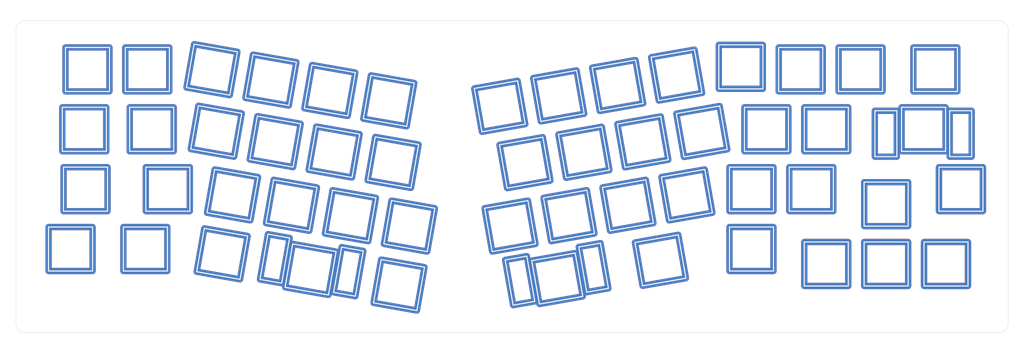
<source format=kicad_pcb>
(kicad_pcb (version 20171130) (host pcbnew "(5.1.5)-3")

  (general
    (thickness 1.6)
    (drawings 44)
    (tracks 0)
    (zones 0)
    (modules 68)
    (nets 1)
  )

  (page A3)
  (layers
    (0 F.Cu signal)
    (31 B.Cu signal)
    (32 B.Adhes user)
    (33 F.Adhes user)
    (34 B.Paste user)
    (35 F.Paste user)
    (36 B.SilkS user)
    (37 F.SilkS user)
    (38 B.Mask user)
    (39 F.Mask user)
    (40 Dwgs.User user)
    (41 Cmts.User user)
    (42 Eco1.User user)
    (43 Eco2.User user)
    (44 Edge.Cuts user)
    (45 Margin user)
    (46 B.CrtYd user)
    (47 F.CrtYd user)
    (48 B.Fab user)
    (49 F.Fab user)
  )

  (setup
    (last_trace_width 0.25)
    (user_trace_width 0.5)
    (user_trace_width 0.5)
    (trace_clearance 0.2)
    (zone_clearance 0.508)
    (zone_45_only no)
    (trace_min 0.2)
    (via_size 0.8)
    (via_drill 0.4)
    (via_min_size 0.4)
    (via_min_drill 0.3)
    (uvia_size 0.3)
    (uvia_drill 0.1)
    (uvias_allowed no)
    (uvia_min_size 0.2)
    (uvia_min_drill 0.1)
    (edge_width 0.1)
    (segment_width 0.2)
    (pcb_text_width 0.3)
    (pcb_text_size 1.5 1.5)
    (mod_edge_width 0.15)
    (mod_text_size 1 1)
    (mod_text_width 0.15)
    (pad_size 2.2 2.2)
    (pad_drill 2.2)
    (pad_to_mask_clearance 0)
    (solder_mask_min_width 0.25)
    (aux_axis_origin 0 0)
    (visible_elements 7FFFFFFF)
    (pcbplotparams
      (layerselection 0x01000_7ffffffe)
      (usegerberextensions true)
      (usegerberattributes false)
      (usegerberadvancedattributes false)
      (creategerberjobfile false)
      (excludeedgelayer true)
      (linewidth 0.100000)
      (plotframeref false)
      (viasonmask false)
      (mode 1)
      (useauxorigin false)
      (hpglpennumber 1)
      (hpglpenspeed 20)
      (hpglpendiameter 15.000000)
      (psnegative false)
      (psa4output false)
      (plotreference true)
      (plotvalue true)
      (plotinvisibletext false)
      (padsonsilk false)
      (subtractmaskfromsilk false)
      (outputformat 4)
      (mirror false)
      (drillshape 0)
      (scaleselection 1)
      (outputdirectory "C:/Users/サリチル酸/Desktop/"))
  )

  (net 0 "")

  (net_class Default "これはデフォルトのネット クラスです。"
    (clearance 0.2)
    (trace_width 0.25)
    (via_dia 0.8)
    (via_drill 0.4)
    (uvia_dia 0.3)
    (uvia_drill 0.1)
  )

  (module kbd_SW_Hole:SW_Hole_TH_1.5 (layer F.Cu) (tedit 60C7655C) (tstamp 5CB90A67)
    (at 306.18125 32.575)
    (path /5C6AC424)
    (fp_text reference SW61 (at 7 8.1) (layer F.SilkS) hide
      (effects (font (size 1 1) (thickness 0.15)))
    )
    (fp_text value SW_PUSH (at -7.4 -8.1) (layer F.Fab) hide
      (effects (font (size 1 1) (thickness 0.15)))
    )
    (fp_line (start 7.1 7.1) (end -7.1 7.1) (layer Edge.Cuts) (width 0.12))
    (fp_line (start -7.1 -7.1) (end 7.1 -7.1) (layer Edge.Cuts) (width 0.12))
    (fp_line (start -7.1 7.1) (end -7.1 -7.1) (layer Edge.Cuts) (width 0.12))
    (fp_line (start 7 7) (end -7 7) (layer Edge.Cuts) (width 0.12))
    (fp_line (start 7.1 -7.1) (end 7.1 7.1) (layer Edge.Cuts) (width 0.12))
    (fp_line (start 14.2875 9.525) (end 14.2875 -9.525) (layer F.Fab) (width 0.15))
    (fp_line (start -14.2875 9.525) (end 14.2875 9.525) (layer F.Fab) (width 0.15))
    (fp_line (start -14.2875 -9.525) (end -14.2875 9.525) (layer F.Fab) (width 0.15))
    (fp_line (start 14.2875 -9.525) (end -14.2875 -9.525) (layer F.Fab) (width 0.15))
    (pad 1 thru_hole oval (at 7 0) (size 2 15.9) (drill oval 0.3 14.2) (layers *.Cu *.Mask))
    (pad 1 thru_hole oval (at -7 0) (size 2 15.9) (drill oval 0.3 14.2) (layers *.Cu *.Mask))
    (pad 1 thru_hole oval (at 0 7 90) (size 2 15.9) (drill oval 0.3 14.2) (layers *.Cu *.Mask))
    (pad 1 thru_hole oval (at 0 -7 90) (size 2 15.9) (drill oval 0.3 14.2) (layers *.Cu *.Mask))
  )

  (module kbd_SW_Hole:SW_Hole_TH_2.25 (layer F.Cu) (tedit 60C76AB5) (tstamp 5CB90A72)
    (at 302.41875 51.625)
    (path /5CAAE770)
    (fp_text reference SW62 (at 7 8.1) (layer F.SilkS) hide
      (effects (font (size 1 1) (thickness 0.15)))
    )
    (fp_text value SW_PUSH (at -7.4 -8.1) (layer F.Fab) hide
      (effects (font (size 1 1) (thickness 0.15)))
    )
    (fp_line (start 21.43125 9.525) (end 21.43125 -9.525) (layer F.Fab) (width 0.15))
    (fp_line (start -21.43125 9.525) (end 21.43125 9.525) (layer F.Fab) (width 0.15))
    (fp_line (start -21.43125 -9.525) (end -21.43125 9.525) (layer F.Fab) (width 0.15))
    (fp_line (start 21.43125 -9.525) (end -21.43125 -9.525) (layer F.Fab) (width 0.15))
    (fp_line (start -7.1 7.1) (end -7.1 -7.1) (layer Edge.Cuts) (width 0.15))
    (fp_line (start 7.1 7.1) (end -7.1 7.1) (layer Edge.Cuts) (width 0.15))
    (fp_line (start 7.1 -7.1) (end 7.1 7.1) (layer Edge.Cuts) (width 0.15))
    (fp_line (start -7.1 -7.1) (end 7.1 -7.1) (layer Edge.Cuts) (width 0.15))
    (fp_line (start 8.4 -6) (end 8.4 8.8) (layer Edge.Cuts) (width 0.12))
    (fp_line (start 8.4 8.8) (end 15.4 8.8) (layer Edge.Cuts) (width 0.12))
    (fp_line (start 15.4 8.8) (end 15.4 -6) (layer Edge.Cuts) (width 0.12))
    (fp_line (start 15.4 -6) (end 8.4 -6) (layer Edge.Cuts) (width 0.12))
    (fp_line (start -8.4 -6) (end -8.4 8.8) (layer Edge.Cuts) (width 0.12))
    (fp_line (start -8.4 8.8) (end -15.4 8.8) (layer Edge.Cuts) (width 0.12))
    (fp_line (start -15.4 8.8) (end -15.4 -6) (layer Edge.Cuts) (width 0.12))
    (fp_line (start -15.4 -6) (end -8.4 -6) (layer Edge.Cuts) (width 0.12))
    (pad 1 thru_hole oval (at -15.5 1.4) (size 2 16.6) (drill oval 0.3 14.9) (layers *.Cu *.Mask))
    (pad 1 thru_hole oval (at -8.5 1.4) (size 2 16.6) (drill oval 0.3 14.9) (layers *.Cu *.Mask))
    (pad 1 thru_hole oval (at -12 -5.9 90) (size 2 8.8) (drill oval 0.3 7.2) (layers *.Cu *.Mask))
    (pad 1 thru_hole oval (at -12 8.7 90) (size 2 8.8) (drill oval 0.3 7.2) (layers *.Cu *.Mask))
    (pad 1 thru_hole oval (at 11.8 8.7 90) (size 2 8.8) (drill oval 0.3 7.2) (layers *.Cu *.Mask))
    (pad 1 thru_hole oval (at -7 0) (size 2 15.9) (drill oval 0.3 14.2) (layers *.Cu *.Mask))
    (pad 1 thru_hole oval (at 7 0) (size 2 15.9) (drill oval 0.3 14.2) (layers *.Cu *.Mask))
    (pad 1 thru_hole oval (at 0 -7 90) (size 2 15.9) (drill oval 0.3 14.2) (layers *.Cu *.Mask))
    (pad 1 thru_hole oval (at 0 7 90) (size 2 15.9) (drill oval 0.3 14.2) (layers *.Cu *.Mask))
    (pad 1 thru_hole oval (at 15.3 1.4) (size 2 16.6) (drill oval 0.3 14.9) (layers *.Cu *.Mask))
    (pad 1 thru_hole oval (at 8.3 1.4) (size 2 16.6) (drill oval 0.3 14.9) (layers *.Cu *.Mask))
    (pad 1 thru_hole oval (at 11.8 -5.9 90) (size 2 8.8) (drill oval 0.3 7.2) (layers *.Cu *.Mask))
  )

  (module kbd_SW_Hole:SW_Hole_TH_2.25 (layer F.Cu) (tedit 60C76AB5) (tstamp 5CB90A0F)
    (at 185.847437 99.115573 190)
    (path /5C3DF130)
    (fp_text reference SW23 (at 7 8.100002 10) (layer F.SilkS) hide
      (effects (font (size 1 1) (thickness 0.15)))
    )
    (fp_text value SW_PUSH (at -7.4 -8.1 10) (layer F.Fab) hide
      (effects (font (size 1 1) (thickness 0.15)))
    )
    (fp_line (start 21.43125 9.525) (end 21.43125 -9.525) (layer F.Fab) (width 0.15))
    (fp_line (start -21.43125 9.525) (end 21.43125 9.525) (layer F.Fab) (width 0.15))
    (fp_line (start -21.43125 -9.525) (end -21.43125 9.525) (layer F.Fab) (width 0.15))
    (fp_line (start 21.43125 -9.525) (end -21.43125 -9.525) (layer F.Fab) (width 0.15))
    (fp_line (start -7.1 7.1) (end -7.1 -7.1) (layer Edge.Cuts) (width 0.15))
    (fp_line (start 7.1 7.1) (end -7.1 7.1) (layer Edge.Cuts) (width 0.15))
    (fp_line (start 7.1 -7.1) (end 7.1 7.1) (layer Edge.Cuts) (width 0.15))
    (fp_line (start -7.1 -7.1) (end 7.1 -7.1) (layer Edge.Cuts) (width 0.15))
    (fp_line (start 8.4 -6) (end 8.4 8.8) (layer Edge.Cuts) (width 0.12))
    (fp_line (start 8.4 8.8) (end 15.4 8.8) (layer Edge.Cuts) (width 0.12))
    (fp_line (start 15.4 8.8) (end 15.4 -6) (layer Edge.Cuts) (width 0.12))
    (fp_line (start 15.4 -6) (end 8.4 -6) (layer Edge.Cuts) (width 0.12))
    (fp_line (start -8.4 -6) (end -8.4 8.8) (layer Edge.Cuts) (width 0.12))
    (fp_line (start -8.4 8.8) (end -15.4 8.8) (layer Edge.Cuts) (width 0.12))
    (fp_line (start -15.4 8.8) (end -15.4 -6) (layer Edge.Cuts) (width 0.12))
    (fp_line (start -15.4 -6) (end -8.4 -6) (layer Edge.Cuts) (width 0.12))
    (pad 1 thru_hole oval (at -15.5 1.4 190) (size 2 16.6) (drill oval 0.3 14.9) (layers *.Cu *.Mask))
    (pad 1 thru_hole oval (at -8.5 1.4 190) (size 2 16.6) (drill oval 0.3 14.9) (layers *.Cu *.Mask))
    (pad 1 thru_hole oval (at -12 -5.9 280) (size 2 8.8) (drill oval 0.3 7.2) (layers *.Cu *.Mask))
    (pad 1 thru_hole oval (at -12 8.7 280) (size 2 8.8) (drill oval 0.3 7.2) (layers *.Cu *.Mask))
    (pad 1 thru_hole oval (at 11.8 8.7 280) (size 2 8.8) (drill oval 0.3 7.2) (layers *.Cu *.Mask))
    (pad 1 thru_hole oval (at -7 0 190) (size 2 15.9) (drill oval 0.3 14.2) (layers *.Cu *.Mask))
    (pad 1 thru_hole oval (at 7 0 190) (size 2 15.9) (drill oval 0.3 14.2) (layers *.Cu *.Mask))
    (pad 1 thru_hole oval (at 0 -7 280) (size 2 15.9) (drill oval 0.3 14.2) (layers *.Cu *.Mask))
    (pad 1 thru_hole oval (at 0 7 280) (size 2 15.9) (drill oval 0.3 14.2) (layers *.Cu *.Mask))
    (pad 1 thru_hole oval (at 15.3 1.4 190) (size 2 16.6) (drill oval 0.3 14.9) (layers *.Cu *.Mask))
    (pad 1 thru_hole oval (at 8.3 1.4 190) (size 2 16.6) (drill oval 0.3 14.9) (layers *.Cu *.Mask))
    (pad 1 thru_hole oval (at 11.8 -5.9 280) (size 2 8.8) (drill oval 0.3 7.2) (layers *.Cu *.Mask))
  )

  (module kbd_SW_Hole:SW_Hole_TH_2 (layer F.Cu) (tedit 60C76A71) (tstamp 5D2F4C9A)
    (at 107.344152 96.22531 170)
    (fp_text reference SW2 (at 7.000001 8.1 350) (layer Edge.Cuts) hide
      (effects (font (size 1 1) (thickness 0.15)))
    )
    (fp_text value KEY_SWITCH (at -7.4 -8.1 350) (layer F.Fab) hide
      (effects (font (size 1 1) (thickness 0.15)))
    )
    (fp_line (start 19.05 9.525) (end 19.05 -9.525) (layer F.Fab) (width 0.15))
    (fp_line (start -19.05 9.525) (end 19.05 9.525) (layer F.Fab) (width 0.15))
    (fp_line (start -19.05 -9.525) (end -19.05 9.525) (layer F.Fab) (width 0.15))
    (fp_line (start 19.05 -9.525) (end -19.05 -9.525) (layer F.Fab) (width 0.15))
    (fp_line (start -7.1 7.1) (end -7.1 -7.1) (layer Edge.Cuts) (width 0.15))
    (fp_line (start 7.1 7.1) (end -7.1 7.1) (layer Edge.Cuts) (width 0.15))
    (fp_line (start 7.1 -7.1) (end 7.1 7.1) (layer Edge.Cuts) (width 0.15))
    (fp_line (start -7.1 -7.1) (end 7.1 -7.1) (layer Edge.Cuts) (width 0.15))
    (fp_line (start 8.4 -6) (end 8.4 8.8) (layer Edge.Cuts) (width 0.12))
    (fp_line (start 8.4 8.8) (end 15.4 8.8) (layer Edge.Cuts) (width 0.12))
    (fp_line (start 15.4 8.8) (end 15.4 -6) (layer Edge.Cuts) (width 0.12))
    (fp_line (start 15.4 -6) (end 8.4 -6) (layer Edge.Cuts) (width 0.12))
    (fp_line (start -8.4 -6) (end -8.4 8.8) (layer Edge.Cuts) (width 0.12))
    (fp_line (start -8.4 8.8) (end -15.4 8.8) (layer Edge.Cuts) (width 0.12))
    (fp_line (start -15.4 8.8) (end -15.4 -6) (layer Edge.Cuts) (width 0.12))
    (fp_line (start -15.4 -6) (end -8.4 -6) (layer Edge.Cuts) (width 0.12))
    (pad 1 thru_hole oval (at -15.5 1.4 170) (size 2 16.6) (drill oval 0.3 14.9) (layers *.Cu *.Mask))
    (pad 1 thru_hole oval (at -8.5 1.4 170) (size 2 16.6) (drill oval 0.3 14.9) (layers *.Cu *.Mask))
    (pad 1 thru_hole oval (at -12 -5.9 260) (size 2 8.8) (drill oval 0.3 7.2) (layers *.Cu *.Mask))
    (pad 1 thru_hole oval (at -12 8.7 260) (size 2 8.8) (drill oval 0.3 7.2) (layers *.Cu *.Mask))
    (pad 1 thru_hole oval (at 11.8 8.7 260) (size 2 8.8) (drill oval 0.3 7.2) (layers *.Cu *.Mask))
    (pad 1 thru_hole oval (at -7 0 170) (size 2 15.9) (drill oval 0.3 14.2) (layers *.Cu *.Mask))
    (pad 1 thru_hole oval (at 7 0 170) (size 2 15.9) (drill oval 0.3 14.2) (layers *.Cu *.Mask))
    (pad 1 thru_hole oval (at 0 -7 260) (size 2 15.9) (drill oval 0.3 14.2) (layers *.Cu *.Mask))
    (pad 1 thru_hole oval (at 0 7 260) (size 2 15.9) (drill oval 0.3 14.2) (layers *.Cu *.Mask))
    (pad 1 thru_hole oval (at 15.3 1.4 170) (size 2 16.6) (drill oval 0.3 14.9) (layers *.Cu *.Mask))
    (pad 1 thru_hole oval (at 8.3 1.4 170) (size 2 16.6) (drill oval 0.3 14.9) (layers *.Cu *.Mask))
    (pad 1 thru_hole oval (at 11.8 -5.9 260) (size 2 8.8) (drill oval 0.3 7.2) (layers *.Cu *.Mask))
  )

  (module kbd_SW_Hole:SW_Hole_TH_1.75 (layer F.Cu) (tedit 60C7658E) (tstamp 5CF70F1B)
    (at 35.71875 70.675)
    (path /5CAAE847)
    (fp_text reference SW6 (at 7 8.1) (layer Edge.Cuts) hide
      (effects (font (size 1 1) (thickness 0.15)))
    )
    (fp_text value SW_PUSH (at -7.4 -8.1) (layer F.Fab) hide
      (effects (font (size 1 1) (thickness 0.15)))
    )
    (fp_line (start 7.1 7.1) (end -7.1 7.1) (layer Edge.Cuts) (width 0.12))
    (fp_line (start -7.1 -7.1) (end 7.1 -7.1) (layer Edge.Cuts) (width 0.12))
    (fp_line (start -7.1 7.1) (end -7.1 -7.1) (layer Edge.Cuts) (width 0.12))
    (fp_line (start 7 7) (end -7 7) (layer Edge.Cuts) (width 0.12))
    (fp_line (start 7.1 -7.1) (end 7.1 7.1) (layer Edge.Cuts) (width 0.12))
    (fp_line (start 16.66875 9.525) (end 16.66875 -9.525) (layer F.Fab) (width 0.15))
    (fp_line (start -16.66875 9.525) (end 16.66875 9.525) (layer F.Fab) (width 0.15))
    (fp_line (start -16.66875 -9.525) (end -16.66875 9.525) (layer F.Fab) (width 0.15))
    (fp_line (start 16.66875 -9.525) (end -16.66875 -9.525) (layer F.Fab) (width 0.15))
    (pad 1 thru_hole oval (at 7 0) (size 2 15.9) (drill oval 0.3 14.2) (layers *.Cu *.Mask))
    (pad 1 thru_hole oval (at -7 0) (size 2 15.9) (drill oval 0.3 14.2) (layers *.Cu *.Mask))
    (pad 1 thru_hole oval (at 0 7 90) (size 2 15.9) (drill oval 0.3 14.2) (layers *.Cu *.Mask))
    (pad 1 thru_hole oval (at 0 -7 90) (size 2 15.9) (drill oval 0.3 14.2) (layers *.Cu *.Mask))
  )

  (module kbd_SW_Hole:SW_Hole_TH_1.25 (layer F.Cu) (tedit 60C76526) (tstamp 5CB90BF3)
    (at 54.76875 89.725)
    (path /5CAAE83E)
    (fp_text reference SW7 (at 7 8.1) (layer F.SilkS) hide
      (effects (font (size 1 1) (thickness 0.15)))
    )
    (fp_text value SW_PUSH (at -7.4 -8.1) (layer F.Fab) hide
      (effects (font (size 1 1) (thickness 0.15)))
    )
    (fp_line (start 7.1 7.1) (end -7.1 7.1) (layer Edge.Cuts) (width 0.12))
    (fp_line (start -7.1 -7.1) (end 7.1 -7.1) (layer Edge.Cuts) (width 0.12))
    (fp_line (start -7.1 7.1) (end -7.1 -7.1) (layer Edge.Cuts) (width 0.12))
    (fp_line (start 7 7) (end -7 7) (layer Edge.Cuts) (width 0.12))
    (fp_line (start 7.1 -7.1) (end 7.1 7.1) (layer Edge.Cuts) (width 0.12))
    (fp_line (start 11.90625 9.525) (end 11.90625 -9.525) (layer F.Fab) (width 0.15))
    (fp_line (start -11.90625 9.525) (end 11.90625 9.525) (layer F.Fab) (width 0.15))
    (fp_line (start -11.90625 -9.525) (end -11.90625 9.525) (layer F.Fab) (width 0.15))
    (fp_line (start 11.90625 -9.525) (end -11.90625 -9.525) (layer F.Fab) (width 0.15))
    (pad 1 thru_hole oval (at 7 0) (size 2 15.9) (drill oval 0.3 14.2) (layers *.Cu *.Mask))
    (pad 1 thru_hole oval (at -7 0) (size 2 15.9) (drill oval 0.3 14.2) (layers *.Cu *.Mask))
    (pad 1 thru_hole oval (at 0 7 90) (size 2 15.9) (drill oval 0.3 14.2) (layers *.Cu *.Mask))
    (pad 1 thru_hole oval (at 0 -7 90) (size 2 15.9) (drill oval 0.3 14.2) (layers *.Cu *.Mask))
  )

  (module kbd_SW_Hole:SW_Hole_TH_1.25 (layer F.Cu) (tedit 60C76526) (tstamp 5CB90C09)
    (at 35.3375 51.625)
    (path /5C6AB630)
    (fp_text reference SW5 (at 7 8.1) (layer F.SilkS) hide
      (effects (font (size 1 1) (thickness 0.15)))
    )
    (fp_text value SW_PUSH (at -7.4 -8.1) (layer F.Fab) hide
      (effects (font (size 1 1) (thickness 0.15)))
    )
    (fp_line (start 7.1 7.1) (end -7.1 7.1) (layer Edge.Cuts) (width 0.12))
    (fp_line (start -7.1 -7.1) (end 7.1 -7.1) (layer Edge.Cuts) (width 0.12))
    (fp_line (start -7.1 7.1) (end -7.1 -7.1) (layer Edge.Cuts) (width 0.12))
    (fp_line (start 7 7) (end -7 7) (layer Edge.Cuts) (width 0.12))
    (fp_line (start 7.1 -7.1) (end 7.1 7.1) (layer Edge.Cuts) (width 0.12))
    (fp_line (start 11.90625 9.525) (end 11.90625 -9.525) (layer F.Fab) (width 0.15))
    (fp_line (start -11.90625 9.525) (end 11.90625 9.525) (layer F.Fab) (width 0.15))
    (fp_line (start -11.90625 -9.525) (end -11.90625 9.525) (layer F.Fab) (width 0.15))
    (fp_line (start 11.90625 -9.525) (end -11.90625 -9.525) (layer F.Fab) (width 0.15))
    (pad 1 thru_hole oval (at 7 0) (size 2 15.9) (drill oval 0.3 14.2) (layers *.Cu *.Mask))
    (pad 1 thru_hole oval (at -7 0) (size 2 15.9) (drill oval 0.3 14.2) (layers *.Cu *.Mask))
    (pad 1 thru_hole oval (at 0 7 90) (size 2 15.9) (drill oval 0.3 14.2) (layers *.Cu *.Mask))
    (pad 1 thru_hole oval (at 0 -7 90) (size 2 15.9) (drill oval 0.3 14.2) (layers *.Cu *.Mask))
  )

  (module kbd_SW_Hole:SW_Hole_TH_1.25 (layer F.Cu) (tedit 60C76526) (tstamp 6068A642)
    (at 218.678465 93.326577 10)
    (path /5C3D00BB)
    (fp_text reference SW49 (at 7 8.100002 10) (layer F.SilkS) hide
      (effects (font (size 1 1) (thickness 0.15)))
    )
    (fp_text value SW_PUSH (at -7.4 -8.1 10) (layer F.Fab) hide
      (effects (font (size 1 1) (thickness 0.15)))
    )
    (fp_line (start 7.1 7.1) (end -7.1 7.1) (layer Edge.Cuts) (width 0.12))
    (fp_line (start -7.1 -7.1) (end 7.1 -7.1) (layer Edge.Cuts) (width 0.12))
    (fp_line (start -7.1 7.1) (end -7.1 -7.1) (layer Edge.Cuts) (width 0.12))
    (fp_line (start 7 7) (end -7 7) (layer Edge.Cuts) (width 0.12))
    (fp_line (start 7.1 -7.1) (end 7.1 7.1) (layer Edge.Cuts) (width 0.12))
    (fp_line (start 11.90625 9.525) (end 11.90625 -9.525) (layer F.Fab) (width 0.15))
    (fp_line (start -11.90625 9.525) (end 11.90625 9.525) (layer F.Fab) (width 0.15))
    (fp_line (start -11.90625 -9.525) (end -11.90625 9.525) (layer F.Fab) (width 0.15))
    (fp_line (start 11.90625 -9.525) (end -11.90625 -9.525) (layer F.Fab) (width 0.15))
    (pad 1 thru_hole oval (at 7 0 10) (size 2 15.9) (drill oval 0.3 14.2) (layers *.Cu *.Mask))
    (pad 1 thru_hole oval (at -7 0 10) (size 2 15.9) (drill oval 0.3 14.2) (layers *.Cu *.Mask))
    (pad 1 thru_hole oval (at 0 7 100) (size 2 15.9) (drill oval 0.3 14.2) (layers *.Cu *.Mask))
    (pad 1 thru_hole oval (at 0 -7 100) (size 2 15.9) (drill oval 0.3 14.2) (layers *.Cu *.Mask))
  )

  (module kbd_SW_Hole:SW_Hole_TH_1.25 (layer F.Cu) (tedit 60C76526) (tstamp 60524BCB)
    (at 30.95625 89.725)
    (path /5CAAE83E)
    (fp_text reference SW7 (at 7 8.1) (layer F.SilkS) hide
      (effects (font (size 1 1) (thickness 0.15)))
    )
    (fp_text value SW_PUSH (at -7.4 -8.1) (layer F.Fab) hide
      (effects (font (size 1 1) (thickness 0.15)))
    )
    (fp_line (start 7.1 7.1) (end -7.1 7.1) (layer Edge.Cuts) (width 0.12))
    (fp_line (start -7.1 -7.1) (end 7.1 -7.1) (layer Edge.Cuts) (width 0.12))
    (fp_line (start -7.1 7.1) (end -7.1 -7.1) (layer Edge.Cuts) (width 0.12))
    (fp_line (start 7 7) (end -7 7) (layer Edge.Cuts) (width 0.12))
    (fp_line (start 7.1 -7.1) (end 7.1 7.1) (layer Edge.Cuts) (width 0.12))
    (fp_line (start 11.90625 9.525) (end 11.90625 -9.525) (layer F.Fab) (width 0.15))
    (fp_line (start -11.90625 9.525) (end 11.90625 9.525) (layer F.Fab) (width 0.15))
    (fp_line (start -11.90625 -9.525) (end -11.90625 9.525) (layer F.Fab) (width 0.15))
    (fp_line (start 11.90625 -9.525) (end -11.90625 -9.525) (layer F.Fab) (width 0.15))
    (pad 1 thru_hole oval (at 7 0) (size 2 15.9) (drill oval 0.3 14.2) (layers *.Cu *.Mask))
    (pad 1 thru_hole oval (at -7 0) (size 2 15.9) (drill oval 0.3 14.2) (layers *.Cu *.Mask))
    (pad 1 thru_hole oval (at 0 7 90) (size 2 15.9) (drill oval 0.3 14.2) (layers *.Cu *.Mask))
    (pad 1 thru_hole oval (at 0 -7 90) (size 2 15.9) (drill oval 0.3 14.2) (layers *.Cu *.Mask))
  )

  (module kbd_SW_Hole:SW_Hole_TH (layer F.Cu) (tedit 60C74003) (tstamp 608851B9)
    (at 247.65 89.725)
    (path /5C6AC0DC)
    (fp_text reference SW53 (at 7 8.1) (layer F.SilkS) hide
      (effects (font (size 1 1) (thickness 0.15)))
    )
    (fp_text value SW_PUSH (at -7.4 -8.1) (layer F.Fab) hide
      (effects (font (size 1 1) (thickness 0.15)))
    )
    (fp_line (start 7.1 7.1) (end -7.1 7.1) (layer Edge.Cuts) (width 0.12))
    (fp_line (start -7.1 -7.1) (end 7.1 -7.1) (layer Edge.Cuts) (width 0.12))
    (fp_line (start -7.1 7.1) (end -7.1 -7.1) (layer Edge.Cuts) (width 0.12))
    (fp_line (start 7 7) (end -7 7) (layer Edge.Cuts) (width 0.12))
    (fp_line (start 7.1 -7.1) (end 7.1 7.1) (layer Edge.Cuts) (width 0.12))
    (fp_line (start 9.525 9.525) (end 9.525 -9.525) (layer F.Fab) (width 0.15))
    (fp_line (start -9.525 9.525) (end 9.525 9.525) (layer F.Fab) (width 0.15))
    (fp_line (start -9.525 -9.525) (end -9.525 9.525) (layer F.Fab) (width 0.15))
    (fp_line (start 9.525 -9.525) (end -9.525 -9.525) (layer F.Fab) (width 0.15))
    (pad 1 thru_hole oval (at 7 0) (size 2 15.9) (drill oval 0.3 14.2) (layers *.Cu *.Mask))
    (pad 1 thru_hole oval (at -7 0) (size 2 15.9) (drill oval 0.3 14.2) (layers *.Cu *.Mask))
    (pad 1 thru_hole oval (at 0 7 90) (size 2 15.9) (drill oval 0.3 14.2) (layers *.Cu *.Mask))
    (pad 1 thru_hole oval (at 0 -7 90) (size 2 15.9) (drill oval 0.3 14.2) (layers *.Cu *.Mask))
  )

  (module kbd_SW_Hole:SW_Hole_TH (layer F.Cu) (tedit 60C74003) (tstamp 60884E29)
    (at 244.26875 31.75625)
    (path /5C3DF236)
    (fp_text reference SW51 (at 7 8.1) (layer F.SilkS) hide
      (effects (font (size 1 1) (thickness 0.15)))
    )
    (fp_text value SW_PUSH (at -7.4 -8.1) (layer F.Fab) hide
      (effects (font (size 1 1) (thickness 0.15)))
    )
    (fp_line (start 7.1 7.1) (end -7.1 7.1) (layer Edge.Cuts) (width 0.12))
    (fp_line (start -7.1 -7.1) (end 7.1 -7.1) (layer Edge.Cuts) (width 0.12))
    (fp_line (start -7.1 7.1) (end -7.1 -7.1) (layer Edge.Cuts) (width 0.12))
    (fp_line (start 7 7) (end -7 7) (layer Edge.Cuts) (width 0.12))
    (fp_line (start 7.1 -7.1) (end 7.1 7.1) (layer Edge.Cuts) (width 0.12))
    (fp_line (start 9.525 9.525) (end 9.525 -9.525) (layer F.Fab) (width 0.15))
    (fp_line (start -9.525 9.525) (end 9.525 9.525) (layer F.Fab) (width 0.15))
    (fp_line (start -9.525 -9.525) (end -9.525 9.525) (layer F.Fab) (width 0.15))
    (fp_line (start 9.525 -9.525) (end -9.525 -9.525) (layer F.Fab) (width 0.15))
    (pad 1 thru_hole oval (at 7 0) (size 2 15.9) (drill oval 0.3 14.2) (layers *.Cu *.Mask))
    (pad 1 thru_hole oval (at -7 0) (size 2 15.9) (drill oval 0.3 14.2) (layers *.Cu *.Mask))
    (pad 1 thru_hole oval (at 0 7 90) (size 2 15.9) (drill oval 0.3 14.2) (layers *.Cu *.Mask))
    (pad 1 thru_hole oval (at 0 -7 90) (size 2 15.9) (drill oval 0.3 14.2) (layers *.Cu *.Mask))
  )

  (module kbd_SW_Hole:SW_Hole_TH (layer F.Cu) (tedit 60C74003) (tstamp 60884DDF)
    (at 247.65 70.675)
    (path /5C6AC0DC)
    (fp_text reference SW53 (at 7 8.1) (layer F.SilkS) hide
      (effects (font (size 1 1) (thickness 0.15)))
    )
    (fp_text value SW_PUSH (at -7.4 -8.1) (layer F.Fab) hide
      (effects (font (size 1 1) (thickness 0.15)))
    )
    (fp_line (start 7.1 7.1) (end -7.1 7.1) (layer Edge.Cuts) (width 0.12))
    (fp_line (start -7.1 -7.1) (end 7.1 -7.1) (layer Edge.Cuts) (width 0.12))
    (fp_line (start -7.1 7.1) (end -7.1 -7.1) (layer Edge.Cuts) (width 0.12))
    (fp_line (start 7 7) (end -7 7) (layer Edge.Cuts) (width 0.12))
    (fp_line (start 7.1 -7.1) (end 7.1 7.1) (layer Edge.Cuts) (width 0.12))
    (fp_line (start 9.525 9.525) (end 9.525 -9.525) (layer F.Fab) (width 0.15))
    (fp_line (start -9.525 9.525) (end 9.525 9.525) (layer F.Fab) (width 0.15))
    (fp_line (start -9.525 -9.525) (end -9.525 9.525) (layer F.Fab) (width 0.15))
    (fp_line (start 9.525 -9.525) (end -9.525 -9.525) (layer F.Fab) (width 0.15))
    (pad 1 thru_hole oval (at 7 0) (size 2 15.9) (drill oval 0.3 14.2) (layers *.Cu *.Mask))
    (pad 1 thru_hole oval (at -7 0) (size 2 15.9) (drill oval 0.3 14.2) (layers *.Cu *.Mask))
    (pad 1 thru_hole oval (at 0 7 90) (size 2 15.9) (drill oval 0.3 14.2) (layers *.Cu *.Mask))
    (pad 1 thru_hole oval (at 0 -7 90) (size 2 15.9) (drill oval 0.3 14.2) (layers *.Cu *.Mask))
  )

  (module kbd_SW_Hole:SW_Hole_TH (layer F.Cu) (tedit 60C74003) (tstamp 6068A853)
    (at 79.20327 91.263312 350)
    (path /5CAAE814)
    (fp_text reference SW16 (at 7.000001 8.1 350) (layer F.SilkS) hide
      (effects (font (size 1 1) (thickness 0.15)))
    )
    (fp_text value SW_PUSH (at -7.4 -8.1 350) (layer F.Fab) hide
      (effects (font (size 1 1) (thickness 0.15)))
    )
    (fp_line (start 7.1 7.1) (end -7.1 7.1) (layer Edge.Cuts) (width 0.12))
    (fp_line (start -7.1 -7.1) (end 7.1 -7.1) (layer Edge.Cuts) (width 0.12))
    (fp_line (start -7.1 7.1) (end -7.1 -7.1) (layer Edge.Cuts) (width 0.12))
    (fp_line (start 7 7) (end -7 7) (layer Edge.Cuts) (width 0.12))
    (fp_line (start 7.1 -7.1) (end 7.1 7.1) (layer Edge.Cuts) (width 0.12))
    (fp_line (start 9.525 9.525) (end 9.525 -9.525) (layer F.Fab) (width 0.15))
    (fp_line (start -9.525 9.525) (end 9.525 9.525) (layer F.Fab) (width 0.15))
    (fp_line (start -9.525 -9.525) (end -9.525 9.525) (layer F.Fab) (width 0.15))
    (fp_line (start 9.525 -9.525) (end -9.525 -9.525) (layer F.Fab) (width 0.15))
    (pad 1 thru_hole oval (at 7 0 350) (size 2 15.9) (drill oval 0.3 14.2) (layers *.Cu *.Mask))
    (pad 1 thru_hole oval (at -7 0 350) (size 2 15.9) (drill oval 0.3 14.2) (layers *.Cu *.Mask))
    (pad 1 thru_hole oval (at 0 7 80) (size 2 15.9) (drill oval 0.3 14.2) (layers *.Cu *.Mask))
    (pad 1 thru_hole oval (at 0 -7 80) (size 2 15.9) (drill oval 0.3 14.2) (layers *.Cu *.Mask))
  )

  (module kbd_SW_Hole:SW_Hole_TH (layer F.Cu) (tedit 60C74003) (tstamp 608704FB)
    (at 36.3375 32.575)
    (path /5C3DCE96)
    (fp_text reference SW4 (at 7 8.1) (layer F.SilkS) hide
      (effects (font (size 1 1) (thickness 0.15)))
    )
    (fp_text value SW_PUSH (at -7.4 -8.1) (layer F.Fab) hide
      (effects (font (size 1 1) (thickness 0.15)))
    )
    (fp_line (start 7.1 7.1) (end -7.1 7.1) (layer Edge.Cuts) (width 0.12))
    (fp_line (start -7.1 -7.1) (end 7.1 -7.1) (layer Edge.Cuts) (width 0.12))
    (fp_line (start -7.1 7.1) (end -7.1 -7.1) (layer Edge.Cuts) (width 0.12))
    (fp_line (start 7 7) (end -7 7) (layer Edge.Cuts) (width 0.12))
    (fp_line (start 7.1 -7.1) (end 7.1 7.1) (layer Edge.Cuts) (width 0.12))
    (fp_line (start 9.525 9.525) (end 9.525 -9.525) (layer F.Fab) (width 0.15))
    (fp_line (start -9.525 9.525) (end 9.525 9.525) (layer F.Fab) (width 0.15))
    (fp_line (start -9.525 -9.525) (end -9.525 9.525) (layer F.Fab) (width 0.15))
    (fp_line (start 9.525 -9.525) (end -9.525 -9.525) (layer F.Fab) (width 0.15))
    (pad 1 thru_hole oval (at 7 0) (size 2 15.9) (drill oval 0.3 14.2) (layers *.Cu *.Mask))
    (pad 1 thru_hole oval (at -7 0) (size 2 15.9) (drill oval 0.3 14.2) (layers *.Cu *.Mask))
    (pad 1 thru_hole oval (at 0 7 90) (size 2 15.9) (drill oval 0.3 14.2) (layers *.Cu *.Mask))
    (pad 1 thru_hole oval (at 0 -7 90) (size 2 15.9) (drill oval 0.3 14.2) (layers *.Cu *.Mask))
  )

  (module kbd_SW_Hole:SW_Hole_TH (layer F.Cu) (tedit 60C74003) (tstamp 5CB90A88)
    (at 309.55625 94.4875)
    (path /5CAAE781)
    (fp_text reference SW64 (at 7 8.1) (layer F.SilkS) hide
      (effects (font (size 1 1) (thickness 0.15)))
    )
    (fp_text value SW_PUSH (at -7.4 -8.1) (layer F.Fab) hide
      (effects (font (size 1 1) (thickness 0.15)))
    )
    (fp_line (start 7.1 7.1) (end -7.1 7.1) (layer Edge.Cuts) (width 0.12))
    (fp_line (start -7.1 -7.1) (end 7.1 -7.1) (layer Edge.Cuts) (width 0.12))
    (fp_line (start -7.1 7.1) (end -7.1 -7.1) (layer Edge.Cuts) (width 0.12))
    (fp_line (start 7 7) (end -7 7) (layer Edge.Cuts) (width 0.12))
    (fp_line (start 7.1 -7.1) (end 7.1 7.1) (layer Edge.Cuts) (width 0.12))
    (fp_line (start 9.525 9.525) (end 9.525 -9.525) (layer F.Fab) (width 0.15))
    (fp_line (start -9.525 9.525) (end 9.525 9.525) (layer F.Fab) (width 0.15))
    (fp_line (start -9.525 -9.525) (end -9.525 9.525) (layer F.Fab) (width 0.15))
    (fp_line (start 9.525 -9.525) (end -9.525 -9.525) (layer F.Fab) (width 0.15))
    (pad 1 thru_hole oval (at 7 0) (size 2 15.9) (drill oval 0.3 14.2) (layers *.Cu *.Mask))
    (pad 1 thru_hole oval (at -7 0) (size 2 15.9) (drill oval 0.3 14.2) (layers *.Cu *.Mask))
    (pad 1 thru_hole oval (at 0 7 90) (size 2 15.9) (drill oval 0.3 14.2) (layers *.Cu *.Mask))
    (pad 1 thru_hole oval (at 0 -7 90) (size 2 15.9) (drill oval 0.3 14.2) (layers *.Cu *.Mask))
  )

  (module kbd_SW_Hole:SW_Hole_TH (layer F.Cu) (tedit 60C74003) (tstamp 5CB90A7D)
    (at 314.31875 70.675)
    (path /5CAAE77A)
    (fp_text reference SW63 (at 7 8.1) (layer F.SilkS) hide
      (effects (font (size 1 1) (thickness 0.15)))
    )
    (fp_text value SW_PUSH (at -7.4 -8.1) (layer F.Fab) hide
      (effects (font (size 1 1) (thickness 0.15)))
    )
    (fp_line (start 7.1 7.1) (end -7.1 7.1) (layer Edge.Cuts) (width 0.12))
    (fp_line (start -7.1 -7.1) (end 7.1 -7.1) (layer Edge.Cuts) (width 0.12))
    (fp_line (start -7.1 7.1) (end -7.1 -7.1) (layer Edge.Cuts) (width 0.12))
    (fp_line (start 7 7) (end -7 7) (layer Edge.Cuts) (width 0.12))
    (fp_line (start 7.1 -7.1) (end 7.1 7.1) (layer Edge.Cuts) (width 0.12))
    (fp_line (start 9.525 9.525) (end 9.525 -9.525) (layer F.Fab) (width 0.15))
    (fp_line (start -9.525 9.525) (end 9.525 9.525) (layer F.Fab) (width 0.15))
    (fp_line (start -9.525 -9.525) (end -9.525 9.525) (layer F.Fab) (width 0.15))
    (fp_line (start 9.525 -9.525) (end -9.525 -9.525) (layer F.Fab) (width 0.15))
    (pad 1 thru_hole oval (at 7 0) (size 2 15.9) (drill oval 0.3 14.2) (layers *.Cu *.Mask))
    (pad 1 thru_hole oval (at -7 0) (size 2 15.9) (drill oval 0.3 14.2) (layers *.Cu *.Mask))
    (pad 1 thru_hole oval (at 0 7 90) (size 2 15.9) (drill oval 0.3 14.2) (layers *.Cu *.Mask))
    (pad 1 thru_hole oval (at 0 -7 90) (size 2 15.9) (drill oval 0.3 14.2) (layers *.Cu *.Mask))
  )

  (module kbd_SW_Hole:SW_Hole_TH (layer F.Cu) (tedit 60C74003) (tstamp 5CB90C14)
    (at 55.3875 32.575)
    (path /5C3DCE96)
    (fp_text reference SW4 (at 7 8.1) (layer F.SilkS) hide
      (effects (font (size 1 1) (thickness 0.15)))
    )
    (fp_text value SW_PUSH (at -7.4 -8.1) (layer F.Fab) hide
      (effects (font (size 1 1) (thickness 0.15)))
    )
    (fp_line (start 7.1 7.1) (end -7.1 7.1) (layer Edge.Cuts) (width 0.12))
    (fp_line (start -7.1 -7.1) (end 7.1 -7.1) (layer Edge.Cuts) (width 0.12))
    (fp_line (start -7.1 7.1) (end -7.1 -7.1) (layer Edge.Cuts) (width 0.12))
    (fp_line (start 7 7) (end -7 7) (layer Edge.Cuts) (width 0.12))
    (fp_line (start 7.1 -7.1) (end 7.1 7.1) (layer Edge.Cuts) (width 0.12))
    (fp_line (start 9.525 9.525) (end 9.525 -9.525) (layer F.Fab) (width 0.15))
    (fp_line (start -9.525 9.525) (end 9.525 9.525) (layer F.Fab) (width 0.15))
    (fp_line (start -9.525 -9.525) (end -9.525 9.525) (layer F.Fab) (width 0.15))
    (fp_line (start 9.525 -9.525) (end -9.525 -9.525) (layer F.Fab) (width 0.15))
    (pad 1 thru_hole oval (at 7 0) (size 2 15.9) (drill oval 0.3 14.2) (layers *.Cu *.Mask))
    (pad 1 thru_hole oval (at -7 0) (size 2 15.9) (drill oval 0.3 14.2) (layers *.Cu *.Mask))
    (pad 1 thru_hole oval (at 0 7 90) (size 2 15.9) (drill oval 0.3 14.2) (layers *.Cu *.Mask))
    (pad 1 thru_hole oval (at 0 -7 90) (size 2 15.9) (drill oval 0.3 14.2) (layers *.Cu *.Mask))
  )

  (module kbd_SW_Hole:SW_Hole_TH (layer F.Cu) (tedit 60C74003) (tstamp 5CB909C2)
    (at 133.606743 62.162492 350)
    (path /5C3DEE7C)
    (fp_text reference SW19 (at 7 8.1 350) (layer F.SilkS) hide
      (effects (font (size 1 1) (thickness 0.15)))
    )
    (fp_text value SW_PUSH (at -7.4 -8.1 350) (layer F.Fab) hide
      (effects (font (size 1 1) (thickness 0.15)))
    )
    (fp_line (start 7.1 7.1) (end -7.1 7.1) (layer Edge.Cuts) (width 0.12))
    (fp_line (start -7.1 -7.1) (end 7.1 -7.1) (layer Edge.Cuts) (width 0.12))
    (fp_line (start -7.1 7.1) (end -7.1 -7.1) (layer Edge.Cuts) (width 0.12))
    (fp_line (start 7 7) (end -7 7) (layer Edge.Cuts) (width 0.12))
    (fp_line (start 7.1 -7.1) (end 7.1 7.1) (layer Edge.Cuts) (width 0.12))
    (fp_line (start 9.525 9.525) (end 9.525 -9.525) (layer F.Fab) (width 0.15))
    (fp_line (start -9.525 9.525) (end 9.525 9.525) (layer F.Fab) (width 0.15))
    (fp_line (start -9.525 -9.525) (end -9.525 9.525) (layer F.Fab) (width 0.15))
    (fp_line (start 9.525 -9.525) (end -9.525 -9.525) (layer F.Fab) (width 0.15))
    (pad 1 thru_hole oval (at 7 0 350) (size 2 15.9) (drill oval 0.3 14.2) (layers *.Cu *.Mask))
    (pad 1 thru_hole oval (at -7 0 350) (size 2 15.9) (drill oval 0.3 14.2) (layers *.Cu *.Mask))
    (pad 1 thru_hole oval (at 0 7 80) (size 2 15.9) (drill oval 0.3 14.2) (layers *.Cu *.Mask))
    (pad 1 thru_hole oval (at 0 -7 80) (size 2 15.9) (drill oval 0.3 14.2) (layers *.Cu *.Mask))
  )

  (module kbd_SW_Hole:SW_Hole_TH (layer F.Cu) (tedit 60C74003) (tstamp 5CB90A3B)
    (at 132.232241 42.570654 350)
    (path /5C3D98D7)
    (fp_text reference SW18 (at 7 8.1 350) (layer F.SilkS) hide
      (effects (font (size 1 1) (thickness 0.15)))
    )
    (fp_text value SW_PUSH (at -7.4 -8.1 350) (layer F.Fab) hide
      (effects (font (size 1 1) (thickness 0.15)))
    )
    (fp_line (start 7.1 7.1) (end -7.1 7.1) (layer Edge.Cuts) (width 0.12))
    (fp_line (start -7.1 -7.1) (end 7.1 -7.1) (layer Edge.Cuts) (width 0.12))
    (fp_line (start -7.1 7.1) (end -7.1 -7.1) (layer Edge.Cuts) (width 0.12))
    (fp_line (start 7 7) (end -7 7) (layer Edge.Cuts) (width 0.12))
    (fp_line (start 7.1 -7.1) (end 7.1 7.1) (layer Edge.Cuts) (width 0.12))
    (fp_line (start 9.525 9.525) (end 9.525 -9.525) (layer F.Fab) (width 0.15))
    (fp_line (start -9.525 9.525) (end 9.525 9.525) (layer F.Fab) (width 0.15))
    (fp_line (start -9.525 -9.525) (end -9.525 9.525) (layer F.Fab) (width 0.15))
    (fp_line (start 9.525 -9.525) (end -9.525 -9.525) (layer F.Fab) (width 0.15))
    (pad 1 thru_hole oval (at 7 0 350) (size 2 15.9) (drill oval 0.3 14.2) (layers *.Cu *.Mask))
    (pad 1 thru_hole oval (at -7 0 350) (size 2 15.9) (drill oval 0.3 14.2) (layers *.Cu *.Mask))
    (pad 1 thru_hole oval (at 0 7 80) (size 2 15.9) (drill oval 0.3 14.2) (layers *.Cu *.Mask))
    (pad 1 thru_hole oval (at 0 -7 80) (size 2 15.9) (drill oval 0.3 14.2) (layers *.Cu *.Mask))
  )

  (module kbd_SW_Hole:SW_Hole_TH (layer F.Cu) (tedit 60C74003) (tstamp 5CB909F9)
    (at 290.50625 94.4875)
    (path /5C3DC01F)
    (fp_text reference SW59 (at 7 8.1) (layer F.SilkS) hide
      (effects (font (size 1 1) (thickness 0.15)))
    )
    (fp_text value SW_PUSH (at -7.4 -8.1) (layer F.Fab) hide
      (effects (font (size 1 1) (thickness 0.15)))
    )
    (fp_line (start 7.1 7.1) (end -7.1 7.1) (layer Edge.Cuts) (width 0.12))
    (fp_line (start -7.1 -7.1) (end 7.1 -7.1) (layer Edge.Cuts) (width 0.12))
    (fp_line (start -7.1 7.1) (end -7.1 -7.1) (layer Edge.Cuts) (width 0.12))
    (fp_line (start 7 7) (end -7 7) (layer Edge.Cuts) (width 0.12))
    (fp_line (start 7.1 -7.1) (end 7.1 7.1) (layer Edge.Cuts) (width 0.12))
    (fp_line (start 9.525 9.525) (end 9.525 -9.525) (layer F.Fab) (width 0.15))
    (fp_line (start -9.525 9.525) (end 9.525 9.525) (layer F.Fab) (width 0.15))
    (fp_line (start -9.525 -9.525) (end -9.525 9.525) (layer F.Fab) (width 0.15))
    (fp_line (start 9.525 -9.525) (end -9.525 -9.525) (layer F.Fab) (width 0.15))
    (pad 1 thru_hole oval (at 7 0) (size 2 15.9) (drill oval 0.3 14.2) (layers *.Cu *.Mask))
    (pad 1 thru_hole oval (at -7 0) (size 2 15.9) (drill oval 0.3 14.2) (layers *.Cu *.Mask))
    (pad 1 thru_hole oval (at 0 7 90) (size 2 15.9) (drill oval 0.3 14.2) (layers *.Cu *.Mask))
    (pad 1 thru_hole oval (at 0 -7 90) (size 2 15.9) (drill oval 0.3 14.2) (layers *.Cu *.Mask))
  )

  (module kbd_SW_Hole:SW_Hole_TH (layer F.Cu) (tedit 60C74003) (tstamp 5CB90C4B)
    (at 189.57984 79.118058 10)
    (path /5CAAE7F0)
    (fp_text reference SW39 (at 7 8.100002 10) (layer F.SilkS) hide
      (effects (font (size 1 1) (thickness 0.15)))
    )
    (fp_text value SW_PUSH (at -7.4 -8.1 10) (layer F.Fab) hide
      (effects (font (size 1 1) (thickness 0.15)))
    )
    (fp_line (start 7.1 7.1) (end -7.1 7.1) (layer Edge.Cuts) (width 0.12))
    (fp_line (start -7.1 -7.1) (end 7.1 -7.1) (layer Edge.Cuts) (width 0.12))
    (fp_line (start -7.1 7.1) (end -7.1 -7.1) (layer Edge.Cuts) (width 0.12))
    (fp_line (start 7 7) (end -7 7) (layer Edge.Cuts) (width 0.12))
    (fp_line (start 7.1 -7.1) (end 7.1 7.1) (layer Edge.Cuts) (width 0.12))
    (fp_line (start 9.525 9.525) (end 9.525 -9.525) (layer F.Fab) (width 0.15))
    (fp_line (start -9.525 9.525) (end 9.525 9.525) (layer F.Fab) (width 0.15))
    (fp_line (start -9.525 -9.525) (end -9.525 9.525) (layer F.Fab) (width 0.15))
    (fp_line (start 9.525 -9.525) (end -9.525 -9.525) (layer F.Fab) (width 0.15))
    (pad 1 thru_hole oval (at 7 0 10) (size 2 15.9) (drill oval 0.3 14.2) (layers *.Cu *.Mask))
    (pad 1 thru_hole oval (at -7 0 10) (size 2 15.9) (drill oval 0.3 14.2) (layers *.Cu *.Mask))
    (pad 1 thru_hole oval (at 0 7 100) (size 2 15.9) (drill oval 0.3 14.2) (layers *.Cu *.Mask))
    (pad 1 thru_hole oval (at 0 -7 100) (size 2 15.9) (drill oval 0.3 14.2) (layers *.Cu *.Mask))
  )

  (module kbd_SW_Hole:SW_Hole_TH (layer F.Cu) (tedit 60C74003) (tstamp 5CB90C40)
    (at 77.32498 52.238498 350)
    (path /5CAAE803)
    (fp_text reference SW14 (at 7 8.1 350) (layer F.SilkS) hide
      (effects (font (size 1 1) (thickness 0.15)))
    )
    (fp_text value SW_PUSH (at -7.4 -8.1 350) (layer F.Fab) hide
      (effects (font (size 1 1) (thickness 0.15)))
    )
    (fp_line (start 7.1 7.1) (end -7.1 7.1) (layer Edge.Cuts) (width 0.12))
    (fp_line (start -7.1 -7.1) (end 7.1 -7.1) (layer Edge.Cuts) (width 0.12))
    (fp_line (start -7.1 7.1) (end -7.1 -7.1) (layer Edge.Cuts) (width 0.12))
    (fp_line (start 7 7) (end -7 7) (layer Edge.Cuts) (width 0.12))
    (fp_line (start 7.1 -7.1) (end 7.1 7.1) (layer Edge.Cuts) (width 0.12))
    (fp_line (start 9.525 9.525) (end 9.525 -9.525) (layer F.Fab) (width 0.15))
    (fp_line (start -9.525 9.525) (end 9.525 9.525) (layer F.Fab) (width 0.15))
    (fp_line (start -9.525 -9.525) (end -9.525 9.525) (layer F.Fab) (width 0.15))
    (fp_line (start 9.525 -9.525) (end -9.525 -9.525) (layer F.Fab) (width 0.15))
    (pad 1 thru_hole oval (at 7 0 350) (size 2 15.9) (drill oval 0.3 14.2) (layers *.Cu *.Mask))
    (pad 1 thru_hole oval (at -7 0 350) (size 2 15.9) (drill oval 0.3 14.2) (layers *.Cu *.Mask))
    (pad 1 thru_hole oval (at 0 7 80) (size 2 15.9) (drill oval 0.3 14.2) (layers *.Cu *.Mask))
    (pad 1 thru_hole oval (at 0 -7 80) (size 2 15.9) (drill oval 0.3 14.2) (layers *.Cu *.Mask))
  )

  (module kbd_SW_Hole:SW_Hole_TH (layer F.Cu) (tedit 60C74003) (tstamp 5CB90BD2)
    (at 56.76875 51.625)
    (path /5BF16F8B)
    (fp_text reference SW7 (at 7 8.1) (layer F.SilkS) hide
      (effects (font (size 1 1) (thickness 0.15)))
    )
    (fp_text value SW_PUSH (at -7.4 -8.1) (layer F.Fab) hide
      (effects (font (size 1 1) (thickness 0.15)))
    )
    (fp_line (start 7.1 7.1) (end -7.1 7.1) (layer Edge.Cuts) (width 0.12))
    (fp_line (start -7.1 -7.1) (end 7.1 -7.1) (layer Edge.Cuts) (width 0.12))
    (fp_line (start -7.1 7.1) (end -7.1 -7.1) (layer Edge.Cuts) (width 0.12))
    (fp_line (start 7 7) (end -7 7) (layer Edge.Cuts) (width 0.12))
    (fp_line (start 7.1 -7.1) (end 7.1 7.1) (layer Edge.Cuts) (width 0.12))
    (fp_line (start 9.525 9.525) (end 9.525 -9.525) (layer F.Fab) (width 0.15))
    (fp_line (start -9.525 9.525) (end 9.525 9.525) (layer F.Fab) (width 0.15))
    (fp_line (start -9.525 -9.525) (end -9.525 9.525) (layer F.Fab) (width 0.15))
    (fp_line (start 9.525 -9.525) (end -9.525 -9.525) (layer F.Fab) (width 0.15))
    (pad 1 thru_hole oval (at 7 0) (size 2 15.9) (drill oval 0.3 14.2) (layers *.Cu *.Mask))
    (pad 1 thru_hole oval (at -7 0) (size 2 15.9) (drill oval 0.3 14.2) (layers *.Cu *.Mask))
    (pad 1 thru_hole oval (at 0 7 90) (size 2 15.9) (drill oval 0.3 14.2) (layers *.Cu *.Mask))
    (pad 1 thru_hole oval (at 0 -7 90) (size 2 15.9) (drill oval 0.3 14.2) (layers *.Cu *.Mask))
  )

  (module kbd_SW_Hole:SW_Hole_TH (layer F.Cu) (tedit 60C74003) (tstamp 5CB90BC7)
    (at 61.9125 70.675)
    (path /5C3DCEFA)
    (fp_text reference SW8 (at 7 8.1) (layer F.SilkS) hide
      (effects (font (size 1 1) (thickness 0.15)))
    )
    (fp_text value SW_PUSH (at -7.4 -8.1) (layer F.Fab) hide
      (effects (font (size 1 1) (thickness 0.15)))
    )
    (fp_line (start 7.1 7.1) (end -7.1 7.1) (layer Edge.Cuts) (width 0.12))
    (fp_line (start -7.1 -7.1) (end 7.1 -7.1) (layer Edge.Cuts) (width 0.12))
    (fp_line (start -7.1 7.1) (end -7.1 -7.1) (layer Edge.Cuts) (width 0.12))
    (fp_line (start 7 7) (end -7 7) (layer Edge.Cuts) (width 0.12))
    (fp_line (start 7.1 -7.1) (end 7.1 7.1) (layer Edge.Cuts) (width 0.12))
    (fp_line (start 9.525 9.525) (end 9.525 -9.525) (layer F.Fab) (width 0.15))
    (fp_line (start -9.525 9.525) (end 9.525 9.525) (layer F.Fab) (width 0.15))
    (fp_line (start -9.525 -9.525) (end -9.525 9.525) (layer F.Fab) (width 0.15))
    (fp_line (start 9.525 -9.525) (end -9.525 -9.525) (layer F.Fab) (width 0.15))
    (pad 1 thru_hole oval (at 7 0) (size 2 15.9) (drill oval 0.3 14.2) (layers *.Cu *.Mask))
    (pad 1 thru_hole oval (at -7 0) (size 2 15.9) (drill oval 0.3 14.2) (layers *.Cu *.Mask))
    (pad 1 thru_hole oval (at 0 7 90) (size 2 15.9) (drill oval 0.3 14.2) (layers *.Cu *.Mask))
    (pad 1 thru_hole oval (at 0 -7 90) (size 2 15.9) (drill oval 0.3 14.2) (layers *.Cu *.Mask))
  )

  (module kbd_SW_Hole:SW_Hole_TH (layer F.Cu) (tedit 60C74003) (tstamp 5CB90BA6)
    (at 175.565003 62.244218 10)
    (path /5C3CFFD8)
    (fp_text reference SW21 (at 7 8.100002 10) (layer F.SilkS) hide
      (effects (font (size 1 1) (thickness 0.15)))
    )
    (fp_text value SW_PUSH (at -7.4 -8.1 10) (layer F.Fab) hide
      (effects (font (size 1 1) (thickness 0.15)))
    )
    (fp_line (start 7.1 7.1) (end -7.1 7.1) (layer Edge.Cuts) (width 0.12))
    (fp_line (start -7.1 -7.1) (end 7.1 -7.1) (layer Edge.Cuts) (width 0.12))
    (fp_line (start -7.1 7.1) (end -7.1 -7.1) (layer Edge.Cuts) (width 0.12))
    (fp_line (start 7 7) (end -7 7) (layer Edge.Cuts) (width 0.12))
    (fp_line (start 7.1 -7.1) (end 7.1 7.1) (layer Edge.Cuts) (width 0.12))
    (fp_line (start 9.525 9.525) (end 9.525 -9.525) (layer F.Fab) (width 0.15))
    (fp_line (start -9.525 9.525) (end 9.525 9.525) (layer F.Fab) (width 0.15))
    (fp_line (start -9.525 -9.525) (end -9.525 9.525) (layer F.Fab) (width 0.15))
    (fp_line (start 9.525 -9.525) (end -9.525 -9.525) (layer F.Fab) (width 0.15))
    (pad 1 thru_hole oval (at 7 0 10) (size 2 15.9) (drill oval 0.3 14.2) (layers *.Cu *.Mask))
    (pad 1 thru_hole oval (at -7 0 10) (size 2 15.9) (drill oval 0.3 14.2) (layers *.Cu *.Mask))
    (pad 1 thru_hole oval (at 0 7 100) (size 2 15.9) (drill oval 0.3 14.2) (layers *.Cu *.Mask))
    (pad 1 thru_hole oval (at 0 -7 100) (size 2 15.9) (drill oval 0.3 14.2) (layers *.Cu *.Mask))
  )

  (module kbd_SW_Hole:SW_Hole_TH (layer F.Cu) (tedit 60C74003) (tstamp 5CB90B9B)
    (at 205.06693 37.687634 10)
    (path /5C3D99DB)
    (fp_text reference SW27 (at 7 8.100002 10) (layer F.SilkS) hide
      (effects (font (size 1 1) (thickness 0.15)))
    )
    (fp_text value SW_PUSH (at -7.4 -8.1 10) (layer F.Fab) hide
      (effects (font (size 1 1) (thickness 0.15)))
    )
    (fp_line (start 7.1 7.1) (end -7.1 7.1) (layer Edge.Cuts) (width 0.12))
    (fp_line (start -7.1 -7.1) (end 7.1 -7.1) (layer Edge.Cuts) (width 0.12))
    (fp_line (start -7.1 7.1) (end -7.1 -7.1) (layer Edge.Cuts) (width 0.12))
    (fp_line (start 7 7) (end -7 7) (layer Edge.Cuts) (width 0.12))
    (fp_line (start 7.1 -7.1) (end 7.1 7.1) (layer Edge.Cuts) (width 0.12))
    (fp_line (start 9.525 9.525) (end 9.525 -9.525) (layer F.Fab) (width 0.15))
    (fp_line (start -9.525 9.525) (end 9.525 9.525) (layer F.Fab) (width 0.15))
    (fp_line (start -9.525 -9.525) (end -9.525 9.525) (layer F.Fab) (width 0.15))
    (fp_line (start 9.525 -9.525) (end -9.525 -9.525) (layer F.Fab) (width 0.15))
    (pad 1 thru_hole oval (at 7 0 10) (size 2 15.9) (drill oval 0.3 14.2) (layers *.Cu *.Mask))
    (pad 1 thru_hole oval (at -7 0 10) (size 2 15.9) (drill oval 0.3 14.2) (layers *.Cu *.Mask))
    (pad 1 thru_hole oval (at 0 7 100) (size 2 15.9) (drill oval 0.3 14.2) (layers *.Cu *.Mask))
    (pad 1 thru_hole oval (at 0 -7 100) (size 2 15.9) (drill oval 0.3 14.2) (layers *.Cu *.Mask))
  )

  (module kbd_SW_Hole:SW_Hole_TH (layer F.Cu) (tedit 60C74003) (tstamp 5CB90B90)
    (at 282.36875 32.575)
    (path /5CAAE7B3)
    (fp_text reference SW56 (at 7 8.1) (layer F.SilkS) hide
      (effects (font (size 1 1) (thickness 0.15)))
    )
    (fp_text value SW_PUSH (at -7.4 -8.1) (layer F.Fab) hide
      (effects (font (size 1 1) (thickness 0.15)))
    )
    (fp_line (start 7.1 7.1) (end -7.1 7.1) (layer Edge.Cuts) (width 0.12))
    (fp_line (start -7.1 -7.1) (end 7.1 -7.1) (layer Edge.Cuts) (width 0.12))
    (fp_line (start -7.1 7.1) (end -7.1 -7.1) (layer Edge.Cuts) (width 0.12))
    (fp_line (start 7 7) (end -7 7) (layer Edge.Cuts) (width 0.12))
    (fp_line (start 7.1 -7.1) (end 7.1 7.1) (layer Edge.Cuts) (width 0.12))
    (fp_line (start 9.525 9.525) (end 9.525 -9.525) (layer F.Fab) (width 0.15))
    (fp_line (start -9.525 9.525) (end 9.525 9.525) (layer F.Fab) (width 0.15))
    (fp_line (start -9.525 -9.525) (end -9.525 9.525) (layer F.Fab) (width 0.15))
    (fp_line (start 9.525 -9.525) (end -9.525 -9.525) (layer F.Fab) (width 0.15))
    (pad 1 thru_hole oval (at 7 0) (size 2 15.9) (drill oval 0.3 14.2) (layers *.Cu *.Mask))
    (pad 1 thru_hole oval (at -7 0) (size 2 15.9) (drill oval 0.3 14.2) (layers *.Cu *.Mask))
    (pad 1 thru_hole oval (at 0 7 90) (size 2 15.9) (drill oval 0.3 14.2) (layers *.Cu *.Mask))
    (pad 1 thru_hole oval (at 0 -7 90) (size 2 15.9) (drill oval 0.3 14.2) (layers *.Cu *.Mask))
  )

  (module kbd_SW_Hole:SW_Hole_TH (layer F.Cu) (tedit 60C74003) (tstamp 5CB90B7A)
    (at 271.45625 94.4875)
    (path /5CAAE7C5)
    (fp_text reference SW54 (at 7 8.1) (layer F.SilkS) hide
      (effects (font (size 1 1) (thickness 0.15)))
    )
    (fp_text value SW_PUSH (at -7.4 -8.1) (layer F.Fab) hide
      (effects (font (size 1 1) (thickness 0.15)))
    )
    (fp_line (start 7.1 7.1) (end -7.1 7.1) (layer Edge.Cuts) (width 0.12))
    (fp_line (start -7.1 -7.1) (end 7.1 -7.1) (layer Edge.Cuts) (width 0.12))
    (fp_line (start -7.1 7.1) (end -7.1 -7.1) (layer Edge.Cuts) (width 0.12))
    (fp_line (start 7 7) (end -7 7) (layer Edge.Cuts) (width 0.12))
    (fp_line (start 7.1 -7.1) (end 7.1 7.1) (layer Edge.Cuts) (width 0.12))
    (fp_line (start 9.525 9.525) (end 9.525 -9.525) (layer F.Fab) (width 0.15))
    (fp_line (start -9.525 9.525) (end 9.525 9.525) (layer F.Fab) (width 0.15))
    (fp_line (start -9.525 -9.525) (end -9.525 9.525) (layer F.Fab) (width 0.15))
    (fp_line (start 9.525 -9.525) (end -9.525 -9.525) (layer F.Fab) (width 0.15))
    (pad 1 thru_hole oval (at 7 0) (size 2 15.9) (drill oval 0.3 14.2) (layers *.Cu *.Mask))
    (pad 1 thru_hole oval (at -7 0) (size 2 15.9) (drill oval 0.3 14.2) (layers *.Cu *.Mask))
    (pad 1 thru_hole oval (at 0 7 90) (size 2 15.9) (drill oval 0.3 14.2) (layers *.Cu *.Mask))
    (pad 1 thru_hole oval (at 0 -7 90) (size 2 15.9) (drill oval 0.3 14.2) (layers *.Cu *.Mask))
  )

  (module kbd_SW_Hole:SW_Hole_TH (layer F.Cu) (tedit 60C74003) (tstamp 5CB90B6F)
    (at 266.7 70.675)
    (path /5C6AC0DC)
    (fp_text reference SW53 (at 7 8.1) (layer F.SilkS) hide
      (effects (font (size 1 1) (thickness 0.15)))
    )
    (fp_text value SW_PUSH (at -7.4 -8.1) (layer F.Fab) hide
      (effects (font (size 1 1) (thickness 0.15)))
    )
    (fp_line (start 7.1 7.1) (end -7.1 7.1) (layer Edge.Cuts) (width 0.12))
    (fp_line (start -7.1 -7.1) (end 7.1 -7.1) (layer Edge.Cuts) (width 0.12))
    (fp_line (start -7.1 7.1) (end -7.1 -7.1) (layer Edge.Cuts) (width 0.12))
    (fp_line (start 7 7) (end -7 7) (layer Edge.Cuts) (width 0.12))
    (fp_line (start 7.1 -7.1) (end 7.1 7.1) (layer Edge.Cuts) (width 0.12))
    (fp_line (start 9.525 9.525) (end 9.525 -9.525) (layer F.Fab) (width 0.15))
    (fp_line (start -9.525 9.525) (end 9.525 9.525) (layer F.Fab) (width 0.15))
    (fp_line (start -9.525 -9.525) (end -9.525 9.525) (layer F.Fab) (width 0.15))
    (fp_line (start 9.525 -9.525) (end -9.525 -9.525) (layer F.Fab) (width 0.15))
    (pad 1 thru_hole oval (at 7 0) (size 2 15.9) (drill oval 0.3 14.2) (layers *.Cu *.Mask))
    (pad 1 thru_hole oval (at -7 0) (size 2 15.9) (drill oval 0.3 14.2) (layers *.Cu *.Mask))
    (pad 1 thru_hole oval (at 0 7 90) (size 2 15.9) (drill oval 0.3 14.2) (layers *.Cu *.Mask))
    (pad 1 thru_hole oval (at 0 -7 90) (size 2 15.9) (drill oval 0.3 14.2) (layers *.Cu *.Mask))
  )

  (module kbd_SW_Hole:SW_Hole_TH (layer F.Cu) (tedit 60C74003) (tstamp 5CB90B64)
    (at 82.501982 72.500336 350)
    (path /5CAAE80D)
    (fp_text reference SW15 (at 7 8.1 350) (layer F.SilkS) hide
      (effects (font (size 1 1) (thickness 0.15)))
    )
    (fp_text value SW_PUSH (at -7.4 -8.1 350) (layer F.Fab) hide
      (effects (font (size 1 1) (thickness 0.15)))
    )
    (fp_line (start 7.1 7.1) (end -7.1 7.1) (layer Edge.Cuts) (width 0.12))
    (fp_line (start -7.1 -7.1) (end 7.1 -7.1) (layer Edge.Cuts) (width 0.12))
    (fp_line (start -7.1 7.1) (end -7.1 -7.1) (layer Edge.Cuts) (width 0.12))
    (fp_line (start 7 7) (end -7 7) (layer Edge.Cuts) (width 0.12))
    (fp_line (start 7.1 -7.1) (end 7.1 7.1) (layer Edge.Cuts) (width 0.12))
    (fp_line (start 9.525 9.525) (end 9.525 -9.525) (layer F.Fab) (width 0.15))
    (fp_line (start -9.525 9.525) (end 9.525 9.525) (layer F.Fab) (width 0.15))
    (fp_line (start -9.525 -9.525) (end -9.525 9.525) (layer F.Fab) (width 0.15))
    (fp_line (start 9.525 -9.525) (end -9.525 -9.525) (layer F.Fab) (width 0.15))
    (pad 1 thru_hole oval (at 7 0 350) (size 2 15.9) (drill oval 0.3 14.2) (layers *.Cu *.Mask))
    (pad 1 thru_hole oval (at -7 0 350) (size 2 15.9) (drill oval 0.3 14.2) (layers *.Cu *.Mask))
    (pad 1 thru_hole oval (at 0 7 80) (size 2 15.9) (drill oval 0.3 14.2) (layers *.Cu *.Mask))
    (pad 1 thru_hole oval (at 0 -7 80) (size 2 15.9) (drill oval 0.3 14.2) (layers *.Cu *.Mask))
  )

  (module kbd_SW_Hole:SW_Hole_TH (layer F.Cu) (tedit 60C74003) (tstamp 5CB90B59)
    (at 75.950478 32.64666 350)
    (path /5C6AB742)
    (fp_text reference SW10 (at 7 8.1 350) (layer F.SilkS) hide
      (effects (font (size 1 1) (thickness 0.15)))
    )
    (fp_text value SW_PUSH (at -7.4 -8.1 350) (layer F.Fab) hide
      (effects (font (size 1 1) (thickness 0.15)))
    )
    (fp_line (start 7.1 7.1) (end -7.1 7.1) (layer Edge.Cuts) (width 0.12))
    (fp_line (start -7.1 -7.1) (end 7.1 -7.1) (layer Edge.Cuts) (width 0.12))
    (fp_line (start -7.1 7.1) (end -7.1 -7.1) (layer Edge.Cuts) (width 0.12))
    (fp_line (start 7 7) (end -7 7) (layer Edge.Cuts) (width 0.12))
    (fp_line (start 7.1 -7.1) (end 7.1 7.1) (layer Edge.Cuts) (width 0.12))
    (fp_line (start 9.525 9.525) (end 9.525 -9.525) (layer F.Fab) (width 0.15))
    (fp_line (start -9.525 9.525) (end 9.525 9.525) (layer F.Fab) (width 0.15))
    (fp_line (start -9.525 -9.525) (end -9.525 9.525) (layer F.Fab) (width 0.15))
    (fp_line (start 9.525 -9.525) (end -9.525 -9.525) (layer F.Fab) (width 0.15))
    (pad 1 thru_hole oval (at 7 0 350) (size 2 15.9) (drill oval 0.3 14.2) (layers *.Cu *.Mask))
    (pad 1 thru_hole oval (at -7 0 350) (size 2 15.9) (drill oval 0.3 14.2) (layers *.Cu *.Mask))
    (pad 1 thru_hole oval (at 0 7 80) (size 2 15.9) (drill oval 0.3 14.2) (layers *.Cu *.Mask))
    (pad 1 thru_hole oval (at 0 -7 80) (size 2 15.9) (drill oval 0.3 14.2) (layers *.Cu *.Mask))
  )

  (module kbd_SW_Hole:SW_Hole_TH (layer F.Cu) (tedit 60C74003) (tstamp 5CB90B38)
    (at 227.101015 72.502061 10)
    (path /5CAAE7AC)
    (fp_text reference SW48 (at 7 8.100002 10) (layer F.SilkS) hide
      (effects (font (size 1 1) (thickness 0.15)))
    )
    (fp_text value SW_PUSH (at -7.4 -8.1 10) (layer F.Fab) hide
      (effects (font (size 1 1) (thickness 0.15)))
    )
    (fp_line (start 7.1 7.1) (end -7.1 7.1) (layer Edge.Cuts) (width 0.12))
    (fp_line (start -7.1 -7.1) (end 7.1 -7.1) (layer Edge.Cuts) (width 0.12))
    (fp_line (start -7.1 7.1) (end -7.1 -7.1) (layer Edge.Cuts) (width 0.12))
    (fp_line (start 7 7) (end -7 7) (layer Edge.Cuts) (width 0.12))
    (fp_line (start 7.1 -7.1) (end 7.1 7.1) (layer Edge.Cuts) (width 0.12))
    (fp_line (start 9.525 9.525) (end 9.525 -9.525) (layer F.Fab) (width 0.15))
    (fp_line (start -9.525 9.525) (end 9.525 9.525) (layer F.Fab) (width 0.15))
    (fp_line (start -9.525 -9.525) (end -9.525 9.525) (layer F.Fab) (width 0.15))
    (fp_line (start 9.525 -9.525) (end -9.525 -9.525) (layer F.Fab) (width 0.15))
    (pad 1 thru_hole oval (at 7 0 10) (size 2 15.9) (drill oval 0.3 14.2) (layers *.Cu *.Mask))
    (pad 1 thru_hole oval (at -7 0 10) (size 2 15.9) (drill oval 0.3 14.2) (layers *.Cu *.Mask))
    (pad 1 thru_hole oval (at 0 7 100) (size 2 15.9) (drill oval 0.3 14.2) (layers *.Cu *.Mask))
    (pad 1 thru_hole oval (at 0 -7 100) (size 2 15.9) (drill oval 0.3 14.2) (layers *.Cu *.Mask))
  )

  (module kbd_SW_Hole:SW_Hole_TH (layer F.Cu) (tedit 60C74003) (tstamp 5CB90B2D)
    (at 231.846767 52.320223 10)
    (path /5CAAE7A5)
    (fp_text reference SW47 (at 7 8.100002 10) (layer F.SilkS) hide
      (effects (font (size 1 1) (thickness 0.15)))
    )
    (fp_text value SW_PUSH (at -7.4 -8.1 10) (layer F.Fab) hide
      (effects (font (size 1 1) (thickness 0.15)))
    )
    (fp_line (start 7.1 7.1) (end -7.1 7.1) (layer Edge.Cuts) (width 0.12))
    (fp_line (start -7.1 -7.1) (end 7.1 -7.1) (layer Edge.Cuts) (width 0.12))
    (fp_line (start -7.1 7.1) (end -7.1 -7.1) (layer Edge.Cuts) (width 0.12))
    (fp_line (start 7 7) (end -7 7) (layer Edge.Cuts) (width 0.12))
    (fp_line (start 7.1 -7.1) (end 7.1 7.1) (layer Edge.Cuts) (width 0.12))
    (fp_line (start 9.525 9.525) (end 9.525 -9.525) (layer F.Fab) (width 0.15))
    (fp_line (start -9.525 9.525) (end 9.525 9.525) (layer F.Fab) (width 0.15))
    (fp_line (start -9.525 -9.525) (end -9.525 9.525) (layer F.Fab) (width 0.15))
    (fp_line (start 9.525 -9.525) (end -9.525 -9.525) (layer F.Fab) (width 0.15))
    (pad 1 thru_hole oval (at 7 0 10) (size 2 15.9) (drill oval 0.3 14.2) (layers *.Cu *.Mask))
    (pad 1 thru_hole oval (at -7 0 10) (size 2 15.9) (drill oval 0.3 14.2) (layers *.Cu *.Mask))
    (pad 1 thru_hole oval (at 0 7 100) (size 2 15.9) (drill oval 0.3 14.2) (layers *.Cu *.Mask))
    (pad 1 thru_hole oval (at 0 -7 100) (size 2 15.9) (drill oval 0.3 14.2) (layers *.Cu *.Mask))
  )

  (module kbd_SW_Hole:SW_Hole_TH (layer F.Cu) (tedit 60C74003) (tstamp 5CB90B22)
    (at 223.827518 34.379637 10)
    (path /5CAAE79B)
    (fp_text reference SW46 (at 7 8.100002 10) (layer F.SilkS) hide
      (effects (font (size 1 1) (thickness 0.15)))
    )
    (fp_text value SW_PUSH (at -7.4 -8.1 10) (layer F.Fab) hide
      (effects (font (size 1 1) (thickness 0.15)))
    )
    (fp_line (start 7.1 7.1) (end -7.1 7.1) (layer Edge.Cuts) (width 0.12))
    (fp_line (start -7.1 -7.1) (end 7.1 -7.1) (layer Edge.Cuts) (width 0.12))
    (fp_line (start -7.1 7.1) (end -7.1 -7.1) (layer Edge.Cuts) (width 0.12))
    (fp_line (start 7 7) (end -7 7) (layer Edge.Cuts) (width 0.12))
    (fp_line (start 7.1 -7.1) (end 7.1 7.1) (layer Edge.Cuts) (width 0.12))
    (fp_line (start 9.525 9.525) (end 9.525 -9.525) (layer F.Fab) (width 0.15))
    (fp_line (start -9.525 9.525) (end 9.525 9.525) (layer F.Fab) (width 0.15))
    (fp_line (start -9.525 -9.525) (end -9.525 9.525) (layer F.Fab) (width 0.15))
    (fp_line (start 9.525 -9.525) (end -9.525 -9.525) (layer F.Fab) (width 0.15))
    (pad 1 thru_hole oval (at 7 0 10) (size 2 15.9) (drill oval 0.3 14.2) (layers *.Cu *.Mask))
    (pad 1 thru_hole oval (at -7 0 10) (size 2 15.9) (drill oval 0.3 14.2) (layers *.Cu *.Mask))
    (pad 1 thru_hole oval (at 0 7 100) (size 2 15.9) (drill oval 0.3 14.2) (layers *.Cu *.Mask))
    (pad 1 thru_hole oval (at 0 -7 100) (size 2 15.9) (drill oval 0.3 14.2) (layers *.Cu *.Mask))
  )

  (module kbd_SW_Hole:SW_Hole_TH (layer F.Cu) (tedit 60C74003) (tstamp 5CB90B0C)
    (at 208.340428 75.810059 10)
    (path /5C3DEF56)
    (fp_text reference SW29 (at 7 8.100002 10) (layer F.SilkS) hide
      (effects (font (size 1 1) (thickness 0.15)))
    )
    (fp_text value SW_PUSH (at -7.4 -8.1 10) (layer F.Fab) hide
      (effects (font (size 1 1) (thickness 0.15)))
    )
    (fp_line (start 7.1 7.1) (end -7.1 7.1) (layer Edge.Cuts) (width 0.12))
    (fp_line (start -7.1 -7.1) (end 7.1 -7.1) (layer Edge.Cuts) (width 0.12))
    (fp_line (start -7.1 7.1) (end -7.1 -7.1) (layer Edge.Cuts) (width 0.12))
    (fp_line (start 7 7) (end -7 7) (layer Edge.Cuts) (width 0.12))
    (fp_line (start 7.1 -7.1) (end 7.1 7.1) (layer Edge.Cuts) (width 0.12))
    (fp_line (start 9.525 9.525) (end 9.525 -9.525) (layer F.Fab) (width 0.15))
    (fp_line (start -9.525 9.525) (end 9.525 9.525) (layer F.Fab) (width 0.15))
    (fp_line (start -9.525 -9.525) (end -9.525 9.525) (layer F.Fab) (width 0.15))
    (fp_line (start 9.525 -9.525) (end -9.525 -9.525) (layer F.Fab) (width 0.15))
    (pad 1 thru_hole oval (at 7 0 10) (size 2 15.9) (drill oval 0.3 14.2) (layers *.Cu *.Mask))
    (pad 1 thru_hole oval (at -7 0 10) (size 2 15.9) (drill oval 0.3 14.2) (layers *.Cu *.Mask))
    (pad 1 thru_hole oval (at 0 7 100) (size 2 15.9) (drill oval 0.3 14.2) (layers *.Cu *.Mask))
    (pad 1 thru_hole oval (at 0 -7 100) (size 2 15.9) (drill oval 0.3 14.2) (layers *.Cu *.Mask))
  )

  (module kbd_SW_Hole:SW_Hole_TH (layer F.Cu) (tedit 60C74003) (tstamp 5CB90B01)
    (at 213.086179 55.628221 10)
    (path /5C3DF1BE)
    (fp_text reference SW28 (at 7 8.100002 10) (layer F.SilkS) hide
      (effects (font (size 1 1) (thickness 0.15)))
    )
    (fp_text value SW_PUSH (at -7.4 -8.1 10) (layer F.Fab) hide
      (effects (font (size 1 1) (thickness 0.15)))
    )
    (fp_line (start 7.1 7.1) (end -7.1 7.1) (layer Edge.Cuts) (width 0.12))
    (fp_line (start -7.1 -7.1) (end 7.1 -7.1) (layer Edge.Cuts) (width 0.12))
    (fp_line (start -7.1 7.1) (end -7.1 -7.1) (layer Edge.Cuts) (width 0.12))
    (fp_line (start 7 7) (end -7 7) (layer Edge.Cuts) (width 0.12))
    (fp_line (start 7.1 -7.1) (end 7.1 7.1) (layer Edge.Cuts) (width 0.12))
    (fp_line (start 9.525 9.525) (end 9.525 -9.525) (layer F.Fab) (width 0.15))
    (fp_line (start -9.525 9.525) (end 9.525 9.525) (layer F.Fab) (width 0.15))
    (fp_line (start -9.525 -9.525) (end -9.525 9.525) (layer F.Fab) (width 0.15))
    (fp_line (start 9.525 -9.525) (end -9.525 -9.525) (layer F.Fab) (width 0.15))
    (pad 1 thru_hole oval (at 7 0 10) (size 2 15.9) (drill oval 0.3 14.2) (layers *.Cu *.Mask))
    (pad 1 thru_hole oval (at -7 0 10) (size 2 15.9) (drill oval 0.3 14.2) (layers *.Cu *.Mask))
    (pad 1 thru_hole oval (at 0 7 100) (size 2 15.9) (drill oval 0.3 14.2) (layers *.Cu *.Mask))
    (pad 1 thru_hole oval (at 0 -7 100) (size 2 15.9) (drill oval 0.3 14.2) (layers *.Cu *.Mask))
  )

  (module kbd_SW_Hole:SW_Hole_TH (layer F.Cu) (tedit 60C74003) (tstamp 5CB90AF6)
    (at 263.31875 32.575)
    (path /5C3DF236)
    (fp_text reference SW51 (at 7 8.1) (layer F.SilkS) hide
      (effects (font (size 1 1) (thickness 0.15)))
    )
    (fp_text value SW_PUSH (at -7.4 -8.1) (layer F.Fab) hide
      (effects (font (size 1 1) (thickness 0.15)))
    )
    (fp_line (start 7.1 7.1) (end -7.1 7.1) (layer Edge.Cuts) (width 0.12))
    (fp_line (start -7.1 -7.1) (end 7.1 -7.1) (layer Edge.Cuts) (width 0.12))
    (fp_line (start -7.1 7.1) (end -7.1 -7.1) (layer Edge.Cuts) (width 0.12))
    (fp_line (start 7 7) (end -7 7) (layer Edge.Cuts) (width 0.12))
    (fp_line (start 7.1 -7.1) (end 7.1 7.1) (layer Edge.Cuts) (width 0.12))
    (fp_line (start 9.525 9.525) (end 9.525 -9.525) (layer F.Fab) (width 0.15))
    (fp_line (start -9.525 9.525) (end 9.525 9.525) (layer F.Fab) (width 0.15))
    (fp_line (start -9.525 -9.525) (end -9.525 9.525) (layer F.Fab) (width 0.15))
    (fp_line (start 9.525 -9.525) (end -9.525 -9.525) (layer F.Fab) (width 0.15))
    (pad 1 thru_hole oval (at 7 0) (size 2 15.9) (drill oval 0.3 14.2) (layers *.Cu *.Mask))
    (pad 1 thru_hole oval (at -7 0) (size 2 15.9) (drill oval 0.3 14.2) (layers *.Cu *.Mask))
    (pad 1 thru_hole oval (at 0 7 90) (size 2 15.9) (drill oval 0.3 14.2) (layers *.Cu *.Mask))
    (pad 1 thru_hole oval (at 0 -7 90) (size 2 15.9) (drill oval 0.3 14.2) (layers *.Cu *.Mask))
  )

  (module kbd_SW_Hole:SW_Hole_TH (layer F.Cu) (tedit 60C74003) (tstamp 5CB90AEB)
    (at 114.846156 58.854493 350)
    (path /5CAAE81B)
    (fp_text reference SW24 (at 7 8.1 350) (layer F.SilkS) hide
      (effects (font (size 1 1) (thickness 0.15)))
    )
    (fp_text value SW_PUSH (at -7.4 -8.1 350) (layer F.Fab) hide
      (effects (font (size 1 1) (thickness 0.15)))
    )
    (fp_line (start 7.1 7.1) (end -7.1 7.1) (layer Edge.Cuts) (width 0.12))
    (fp_line (start -7.1 -7.1) (end 7.1 -7.1) (layer Edge.Cuts) (width 0.12))
    (fp_line (start -7.1 7.1) (end -7.1 -7.1) (layer Edge.Cuts) (width 0.12))
    (fp_line (start 7 7) (end -7 7) (layer Edge.Cuts) (width 0.12))
    (fp_line (start 7.1 -7.1) (end 7.1 7.1) (layer Edge.Cuts) (width 0.12))
    (fp_line (start 9.525 9.525) (end 9.525 -9.525) (layer F.Fab) (width 0.15))
    (fp_line (start -9.525 9.525) (end 9.525 9.525) (layer F.Fab) (width 0.15))
    (fp_line (start -9.525 -9.525) (end -9.525 9.525) (layer F.Fab) (width 0.15))
    (fp_line (start 9.525 -9.525) (end -9.525 -9.525) (layer F.Fab) (width 0.15))
    (pad 1 thru_hole oval (at 7 0 350) (size 2 15.9) (drill oval 0.3 14.2) (layers *.Cu *.Mask))
    (pad 1 thru_hole oval (at -7 0 350) (size 2 15.9) (drill oval 0.3 14.2) (layers *.Cu *.Mask))
    (pad 1 thru_hole oval (at 0 7 80) (size 2 15.9) (drill oval 0.3 14.2) (layers *.Cu *.Mask))
    (pad 1 thru_hole oval (at 0 -7 80) (size 2 15.9) (drill oval 0.3 14.2) (layers *.Cu *.Mask))
  )

  (module kbd_SW_Hole:SW_Hole_TH (layer F.Cu) (tedit 60C74003) (tstamp 5CB90ACA)
    (at 101.26257 75.808332 350)
    (path /5C3DEE14)
    (fp_text reference SW20 (at 7 8.1 350) (layer F.SilkS) hide
      (effects (font (size 1 1) (thickness 0.15)))
    )
    (fp_text value SW_PUSH (at -7.4 -8.1 350) (layer F.Fab) hide
      (effects (font (size 1 1) (thickness 0.15)))
    )
    (fp_line (start 7.1 7.1) (end -7.1 7.1) (layer Edge.Cuts) (width 0.12))
    (fp_line (start -7.1 -7.1) (end 7.1 -7.1) (layer Edge.Cuts) (width 0.12))
    (fp_line (start -7.1 7.1) (end -7.1 -7.1) (layer Edge.Cuts) (width 0.12))
    (fp_line (start 7 7) (end -7 7) (layer Edge.Cuts) (width 0.12))
    (fp_line (start 7.1 -7.1) (end 7.1 7.1) (layer Edge.Cuts) (width 0.12))
    (fp_line (start 9.525 9.525) (end 9.525 -9.525) (layer F.Fab) (width 0.15))
    (fp_line (start -9.525 9.525) (end 9.525 9.525) (layer F.Fab) (width 0.15))
    (fp_line (start -9.525 -9.525) (end -9.525 9.525) (layer F.Fab) (width 0.15))
    (fp_line (start 9.525 -9.525) (end -9.525 -9.525) (layer F.Fab) (width 0.15))
    (pad 1 thru_hole oval (at 7 0 350) (size 2 15.9) (drill oval 0.3 14.2) (layers *.Cu *.Mask))
    (pad 1 thru_hole oval (at -7 0 350) (size 2 15.9) (drill oval 0.3 14.2) (layers *.Cu *.Mask))
    (pad 1 thru_hole oval (at 0 7 80) (size 2 15.9) (drill oval 0.3 14.2) (layers *.Cu *.Mask))
    (pad 1 thru_hole oval (at 0 -7 80) (size 2 15.9) (drill oval 0.3 14.2) (layers *.Cu *.Mask))
  )

  (module kbd_SW_Hole:SW_Hole_TH (layer F.Cu) (tedit 60C74003) (tstamp 5CB90ABF)
    (at 96.085568 55.546494 350)
    (path /5C3DCFD2)
    (fp_text reference SW13 (at 7 8.1 350) (layer F.SilkS) hide
      (effects (font (size 1 1) (thickness 0.15)))
    )
    (fp_text value SW_PUSH (at -7.4 -8.1 350) (layer F.Fab) hide
      (effects (font (size 1 1) (thickness 0.15)))
    )
    (fp_line (start 7.1 7.1) (end -7.1 7.1) (layer Edge.Cuts) (width 0.12))
    (fp_line (start -7.1 -7.1) (end 7.1 -7.1) (layer Edge.Cuts) (width 0.12))
    (fp_line (start -7.1 7.1) (end -7.1 -7.1) (layer Edge.Cuts) (width 0.12))
    (fp_line (start 7 7) (end -7 7) (layer Edge.Cuts) (width 0.12))
    (fp_line (start 7.1 -7.1) (end 7.1 7.1) (layer Edge.Cuts) (width 0.12))
    (fp_line (start 9.525 9.525) (end 9.525 -9.525) (layer F.Fab) (width 0.15))
    (fp_line (start -9.525 9.525) (end 9.525 9.525) (layer F.Fab) (width 0.15))
    (fp_line (start -9.525 -9.525) (end -9.525 9.525) (layer F.Fab) (width 0.15))
    (fp_line (start 9.525 -9.525) (end -9.525 -9.525) (layer F.Fab) (width 0.15))
    (pad 1 thru_hole oval (at 7 0 350) (size 2 15.9) (drill oval 0.3 14.2) (layers *.Cu *.Mask))
    (pad 1 thru_hole oval (at -7 0 350) (size 2 15.9) (drill oval 0.3 14.2) (layers *.Cu *.Mask))
    (pad 1 thru_hole oval (at 0 7 80) (size 2 15.9) (drill oval 0.3 14.2) (layers *.Cu *.Mask))
    (pad 1 thru_hole oval (at 0 -7 80) (size 2 15.9) (drill oval 0.3 14.2) (layers *.Cu *.Mask))
  )

  (module kbd_SW_Hole:SW_Hole_TH (layer F.Cu) (tedit 60C74003) (tstamp 5CB90AB4)
    (at 94.711066 35.954656 350)
    (path /5C3D9A54)
    (fp_text reference SW12 (at 7 8.1 350) (layer F.SilkS) hide
      (effects (font (size 1 1) (thickness 0.15)))
    )
    (fp_text value SW_PUSH (at -7.4 -8.1 350) (layer F.Fab) hide
      (effects (font (size 1 1) (thickness 0.15)))
    )
    (fp_line (start 7.1 7.1) (end -7.1 7.1) (layer Edge.Cuts) (width 0.12))
    (fp_line (start -7.1 -7.1) (end 7.1 -7.1) (layer Edge.Cuts) (width 0.12))
    (fp_line (start -7.1 7.1) (end -7.1 -7.1) (layer Edge.Cuts) (width 0.12))
    (fp_line (start 7 7) (end -7 7) (layer Edge.Cuts) (width 0.12))
    (fp_line (start 7.1 -7.1) (end 7.1 7.1) (layer Edge.Cuts) (width 0.12))
    (fp_line (start 9.525 9.525) (end 9.525 -9.525) (layer F.Fab) (width 0.15))
    (fp_line (start -9.525 9.525) (end 9.525 9.525) (layer F.Fab) (width 0.15))
    (fp_line (start -9.525 -9.525) (end -9.525 9.525) (layer F.Fab) (width 0.15))
    (fp_line (start 9.525 -9.525) (end -9.525 -9.525) (layer F.Fab) (width 0.15))
    (pad 1 thru_hole oval (at 7 0 350) (size 2 15.9) (drill oval 0.3 14.2) (layers *.Cu *.Mask))
    (pad 1 thru_hole oval (at -7 0 350) (size 2 15.9) (drill oval 0.3 14.2) (layers *.Cu *.Mask))
    (pad 1 thru_hole oval (at 0 7 80) (size 2 15.9) (drill oval 0.3 14.2) (layers *.Cu *.Mask))
    (pad 1 thru_hole oval (at 0 -7 80) (size 2 15.9) (drill oval 0.3 14.2) (layers *.Cu *.Mask))
  )

  (module kbd_SW_Hole:SW_Hole_TH (layer F.Cu) (tedit 60C74003) (tstamp 5CB90A93)
    (at 252.4125 51.625)
    (path /5C3DEFC8)
    (fp_text reference SW52 (at 7 8.1) (layer F.SilkS) hide
      (effects (font (size 1 1) (thickness 0.15)))
    )
    (fp_text value SW_PUSH (at -7.4 -8.1) (layer F.Fab) hide
      (effects (font (size 1 1) (thickness 0.15)))
    )
    (fp_line (start 7.1 7.1) (end -7.1 7.1) (layer Edge.Cuts) (width 0.12))
    (fp_line (start -7.1 -7.1) (end 7.1 -7.1) (layer Edge.Cuts) (width 0.12))
    (fp_line (start -7.1 7.1) (end -7.1 -7.1) (layer Edge.Cuts) (width 0.12))
    (fp_line (start 7 7) (end -7 7) (layer Edge.Cuts) (width 0.12))
    (fp_line (start 7.1 -7.1) (end 7.1 7.1) (layer Edge.Cuts) (width 0.12))
    (fp_line (start 9.525 9.525) (end 9.525 -9.525) (layer F.Fab) (width 0.15))
    (fp_line (start -9.525 9.525) (end 9.525 9.525) (layer F.Fab) (width 0.15))
    (fp_line (start -9.525 -9.525) (end -9.525 9.525) (layer F.Fab) (width 0.15))
    (fp_line (start 9.525 -9.525) (end -9.525 -9.525) (layer F.Fab) (width 0.15))
    (pad 1 thru_hole oval (at 7 0) (size 2 15.9) (drill oval 0.3 14.2) (layers *.Cu *.Mask))
    (pad 1 thru_hole oval (at -7 0) (size 2 15.9) (drill oval 0.3 14.2) (layers *.Cu *.Mask))
    (pad 1 thru_hole oval (at 0 7 90) (size 2 15.9) (drill oval 0.3 14.2) (layers *.Cu *.Mask))
    (pad 1 thru_hole oval (at 0 -7 90) (size 2 15.9) (drill oval 0.3 14.2) (layers *.Cu *.Mask))
  )

  (module kbd_SW_Hole:SW_Hole_TH (layer F.Cu) (tedit 60C74003) (tstamp 5CB90A51)
    (at 113.471653 39.262654 350)
    (path /5CAAE824)
    (fp_text reference SW23 (at 7 8.1 350) (layer F.SilkS) hide
      (effects (font (size 1 1) (thickness 0.15)))
    )
    (fp_text value SW_PUSH (at -7.4 -8.1 350) (layer F.Fab) hide
      (effects (font (size 1 1) (thickness 0.15)))
    )
    (fp_line (start 7.1 7.1) (end -7.1 7.1) (layer Edge.Cuts) (width 0.12))
    (fp_line (start -7.1 -7.1) (end 7.1 -7.1) (layer Edge.Cuts) (width 0.12))
    (fp_line (start -7.1 7.1) (end -7.1 -7.1) (layer Edge.Cuts) (width 0.12))
    (fp_line (start 7 7) (end -7 7) (layer Edge.Cuts) (width 0.12))
    (fp_line (start 7.1 -7.1) (end 7.1 7.1) (layer Edge.Cuts) (width 0.12))
    (fp_line (start 9.525 9.525) (end 9.525 -9.525) (layer F.Fab) (width 0.15))
    (fp_line (start -9.525 9.525) (end 9.525 9.525) (layer F.Fab) (width 0.15))
    (fp_line (start -9.525 -9.525) (end -9.525 9.525) (layer F.Fab) (width 0.15))
    (fp_line (start 9.525 -9.525) (end -9.525 -9.525) (layer F.Fab) (width 0.15))
    (pad 1 thru_hole oval (at 7 0 350) (size 2 15.9) (drill oval 0.3 14.2) (layers *.Cu *.Mask))
    (pad 1 thru_hole oval (at -7 0 350) (size 2 15.9) (drill oval 0.3 14.2) (layers *.Cu *.Mask))
    (pad 1 thru_hole oval (at 0 7 80) (size 2 15.9) (drill oval 0.3 14.2) (layers *.Cu *.Mask))
    (pad 1 thru_hole oval (at 0 -7 80) (size 2 15.9) (drill oval 0.3 14.2) (layers *.Cu *.Mask))
  )

  (module kbd_SW_Hole:SW_Hole_TH (layer F.Cu) (tedit 60C74003) (tstamp 5CB90A46)
    (at 271.4625 51.625)
    (path /5C3D011D)
    (fp_text reference SW57 (at 7 8.1) (layer F.SilkS) hide
      (effects (font (size 1 1) (thickness 0.15)))
    )
    (fp_text value SW_PUSH (at -7.4 -8.1) (layer F.Fab) hide
      (effects (font (size 1 1) (thickness 0.15)))
    )
    (fp_line (start 7.1 7.1) (end -7.1 7.1) (layer Edge.Cuts) (width 0.12))
    (fp_line (start -7.1 -7.1) (end 7.1 -7.1) (layer Edge.Cuts) (width 0.12))
    (fp_line (start -7.1 7.1) (end -7.1 -7.1) (layer Edge.Cuts) (width 0.12))
    (fp_line (start 7 7) (end -7 7) (layer Edge.Cuts) (width 0.12))
    (fp_line (start 7.1 -7.1) (end 7.1 7.1) (layer Edge.Cuts) (width 0.12))
    (fp_line (start 9.525 9.525) (end 9.525 -9.525) (layer F.Fab) (width 0.15))
    (fp_line (start -9.525 9.525) (end 9.525 9.525) (layer F.Fab) (width 0.15))
    (fp_line (start -9.525 -9.525) (end -9.525 9.525) (layer F.Fab) (width 0.15))
    (fp_line (start 9.525 -9.525) (end -9.525 -9.525) (layer F.Fab) (width 0.15))
    (pad 1 thru_hole oval (at 7 0) (size 2 15.9) (drill oval 0.3 14.2) (layers *.Cu *.Mask))
    (pad 1 thru_hole oval (at -7 0) (size 2 15.9) (drill oval 0.3 14.2) (layers *.Cu *.Mask))
    (pad 1 thru_hole oval (at 0 7 90) (size 2 15.9) (drill oval 0.3 14.2) (layers *.Cu *.Mask))
    (pad 1 thru_hole oval (at 0 -7 90) (size 2 15.9) (drill oval 0.3 14.2) (layers *.Cu *.Mask))
  )

  (module kbd_SW_Hole:SW_Hole_TH (layer F.Cu) (tedit 60C74003) (tstamp 5CB90A30)
    (at 194.32559 58.936219 10)
    (path /5CAAE7F9)
    (fp_text reference SW38 (at 7 8.100002 10) (layer F.SilkS) hide
      (effects (font (size 1 1) (thickness 0.15)))
    )
    (fp_text value SW_PUSH (at -7.4 -8.1 10) (layer F.Fab) hide
      (effects (font (size 1 1) (thickness 0.15)))
    )
    (fp_line (start 7.1 7.1) (end -7.1 7.1) (layer Edge.Cuts) (width 0.12))
    (fp_line (start -7.1 -7.1) (end 7.1 -7.1) (layer Edge.Cuts) (width 0.12))
    (fp_line (start -7.1 7.1) (end -7.1 -7.1) (layer Edge.Cuts) (width 0.12))
    (fp_line (start 7 7) (end -7 7) (layer Edge.Cuts) (width 0.12))
    (fp_line (start 7.1 -7.1) (end 7.1 7.1) (layer Edge.Cuts) (width 0.12))
    (fp_line (start 9.525 9.525) (end 9.525 -9.525) (layer F.Fab) (width 0.15))
    (fp_line (start -9.525 9.525) (end 9.525 9.525) (layer F.Fab) (width 0.15))
    (fp_line (start -9.525 -9.525) (end -9.525 9.525) (layer F.Fab) (width 0.15))
    (fp_line (start 9.525 -9.525) (end -9.525 -9.525) (layer F.Fab) (width 0.15))
    (pad 1 thru_hole oval (at 7 0 10) (size 2 15.9) (drill oval 0.3 14.2) (layers *.Cu *.Mask))
    (pad 1 thru_hole oval (at -7 0 10) (size 2 15.9) (drill oval 0.3 14.2) (layers *.Cu *.Mask))
    (pad 1 thru_hole oval (at 0 7 100) (size 2 15.9) (drill oval 0.3 14.2) (layers *.Cu *.Mask))
    (pad 1 thru_hole oval (at 0 -7 100) (size 2 15.9) (drill oval 0.3 14.2) (layers *.Cu *.Mask))
  )

  (module kbd_SW_Hole:SW_Hole_TH (layer F.Cu) (tedit 60C74003) (tstamp 5CB90A25)
    (at 186.306342 40.995631 10)
    (path /5C6ABDEA)
    (fp_text reference SW25 (at 7 8.100002 10) (layer F.SilkS) hide
      (effects (font (size 1 1) (thickness 0.15)))
    )
    (fp_text value SW_PUSH (at -7.4 -8.1 10) (layer F.Fab) hide
      (effects (font (size 1 1) (thickness 0.15)))
    )
    (fp_line (start 7.1 7.1) (end -7.1 7.1) (layer Edge.Cuts) (width 0.12))
    (fp_line (start -7.1 -7.1) (end 7.1 -7.1) (layer Edge.Cuts) (width 0.12))
    (fp_line (start -7.1 7.1) (end -7.1 -7.1) (layer Edge.Cuts) (width 0.12))
    (fp_line (start 7 7) (end -7 7) (layer Edge.Cuts) (width 0.12))
    (fp_line (start 7.1 -7.1) (end 7.1 7.1) (layer Edge.Cuts) (width 0.12))
    (fp_line (start 9.525 9.525) (end 9.525 -9.525) (layer F.Fab) (width 0.15))
    (fp_line (start -9.525 9.525) (end 9.525 9.525) (layer F.Fab) (width 0.15))
    (fp_line (start -9.525 -9.525) (end -9.525 9.525) (layer F.Fab) (width 0.15))
    (fp_line (start 9.525 -9.525) (end -9.525 -9.525) (layer F.Fab) (width 0.15))
    (pad 1 thru_hole oval (at 7 0 10) (size 2 15.9) (drill oval 0.3 14.2) (layers *.Cu *.Mask))
    (pad 1 thru_hole oval (at -7 0 10) (size 2 15.9) (drill oval 0.3 14.2) (layers *.Cu *.Mask))
    (pad 1 thru_hole oval (at 0 7 100) (size 2 15.9) (drill oval 0.3 14.2) (layers *.Cu *.Mask))
    (pad 1 thru_hole oval (at 0 -7 100) (size 2 15.9) (drill oval 0.3 14.2) (layers *.Cu *.Mask))
  )

  (module kbd_SW_Hole:SW_Hole_TH (layer F.Cu) (tedit 60C74003) (tstamp 5CB90A04)
    (at 170.819251 82.426056 10)
    (path /5C3D9983)
    (fp_text reference SW22 (at 7 8.100002 10) (layer F.SilkS) hide
      (effects (font (size 1 1) (thickness 0.15)))
    )
    (fp_text value SW_PUSH (at -7.4 -8.1 10) (layer F.Fab) hide
      (effects (font (size 1 1) (thickness 0.15)))
    )
    (fp_line (start 7.1 7.1) (end -7.1 7.1) (layer Edge.Cuts) (width 0.12))
    (fp_line (start -7.1 -7.1) (end 7.1 -7.1) (layer Edge.Cuts) (width 0.12))
    (fp_line (start -7.1 7.1) (end -7.1 -7.1) (layer Edge.Cuts) (width 0.12))
    (fp_line (start 7 7) (end -7 7) (layer Edge.Cuts) (width 0.12))
    (fp_line (start 7.1 -7.1) (end 7.1 7.1) (layer Edge.Cuts) (width 0.12))
    (fp_line (start 9.525 9.525) (end 9.525 -9.525) (layer F.Fab) (width 0.15))
    (fp_line (start -9.525 9.525) (end 9.525 9.525) (layer F.Fab) (width 0.15))
    (fp_line (start -9.525 -9.525) (end -9.525 9.525) (layer F.Fab) (width 0.15))
    (fp_line (start 9.525 -9.525) (end -9.525 -9.525) (layer F.Fab) (width 0.15))
    (pad 1 thru_hole oval (at 7 0 10) (size 2 15.9) (drill oval 0.3 14.2) (layers *.Cu *.Mask))
    (pad 1 thru_hole oval (at -7 0 10) (size 2 15.9) (drill oval 0.3 14.2) (layers *.Cu *.Mask))
    (pad 1 thru_hole oval (at 0 7 100) (size 2 15.9) (drill oval 0.3 14.2) (layers *.Cu *.Mask))
    (pad 1 thru_hole oval (at 0 -7 100) (size 2 15.9) (drill oval 0.3 14.2) (layers *.Cu *.Mask))
  )

  (module kbd_SW_Hole:SW_Hole_TH (layer F.Cu) (tedit 60C74003) (tstamp 5CB909EE)
    (at 167.545755 44.303629 10)
    (path /5CAAE7E0)
    (fp_text reference SW32 (at 7 8.100002 10) (layer F.SilkS) hide
      (effects (font (size 1 1) (thickness 0.15)))
    )
    (fp_text value SW_PUSH (at -7.4 -8.1 10) (layer F.Fab) hide
      (effects (font (size 1 1) (thickness 0.15)))
    )
    (fp_line (start 7.1 7.1) (end -7.1 7.1) (layer Edge.Cuts) (width 0.12))
    (fp_line (start -7.1 -7.1) (end 7.1 -7.1) (layer Edge.Cuts) (width 0.12))
    (fp_line (start -7.1 7.1) (end -7.1 -7.1) (layer Edge.Cuts) (width 0.12))
    (fp_line (start 7 7) (end -7 7) (layer Edge.Cuts) (width 0.12))
    (fp_line (start 7.1 -7.1) (end 7.1 7.1) (layer Edge.Cuts) (width 0.12))
    (fp_line (start 9.525 9.525) (end 9.525 -9.525) (layer F.Fab) (width 0.15))
    (fp_line (start -9.525 9.525) (end 9.525 9.525) (layer F.Fab) (width 0.15))
    (fp_line (start -9.525 -9.525) (end -9.525 9.525) (layer F.Fab) (width 0.15))
    (fp_line (start 9.525 -9.525) (end -9.525 -9.525) (layer F.Fab) (width 0.15))
    (pad 1 thru_hole oval (at 7 0 10) (size 2 15.9) (drill oval 0.3 14.2) (layers *.Cu *.Mask))
    (pad 1 thru_hole oval (at -7 0 10) (size 2 15.9) (drill oval 0.3 14.2) (layers *.Cu *.Mask))
    (pad 1 thru_hole oval (at 0 7 100) (size 2 15.9) (drill oval 0.3 14.2) (layers *.Cu *.Mask))
    (pad 1 thru_hole oval (at 0 -7 100) (size 2 15.9) (drill oval 0.3 14.2) (layers *.Cu *.Mask))
  )

  (module kbd_SW_Hole:SW_Hole_TH (layer F.Cu) (tedit 60C74003) (tstamp 5CB909D8)
    (at 135.485032 101.187307 350)
    (path /5CAAE7CF)
    (fp_text reference SW30 (at 7 8.1 350) (layer F.SilkS) hide
      (effects (font (size 1 1) (thickness 0.15)))
    )
    (fp_text value SW_PUSH (at -7.4 -8.1 350) (layer F.Fab) hide
      (effects (font (size 1 1) (thickness 0.15)))
    )
    (fp_line (start 7.1 7.1) (end -7.1 7.1) (layer Edge.Cuts) (width 0.12))
    (fp_line (start -7.1 -7.1) (end 7.1 -7.1) (layer Edge.Cuts) (width 0.12))
    (fp_line (start -7.1 7.1) (end -7.1 -7.1) (layer Edge.Cuts) (width 0.12))
    (fp_line (start 7 7) (end -7 7) (layer Edge.Cuts) (width 0.12))
    (fp_line (start 7.1 -7.1) (end 7.1 7.1) (layer Edge.Cuts) (width 0.12))
    (fp_line (start 9.525 9.525) (end 9.525 -9.525) (layer F.Fab) (width 0.15))
    (fp_line (start -9.525 9.525) (end 9.525 9.525) (layer F.Fab) (width 0.15))
    (fp_line (start -9.525 -9.525) (end -9.525 9.525) (layer F.Fab) (width 0.15))
    (fp_line (start 9.525 -9.525) (end -9.525 -9.525) (layer F.Fab) (width 0.15))
    (pad 1 thru_hole oval (at 7 0 350) (size 2 15.9) (drill oval 0.3 14.2) (layers *.Cu *.Mask))
    (pad 1 thru_hole oval (at -7 0 350) (size 2 15.9) (drill oval 0.3 14.2) (layers *.Cu *.Mask))
    (pad 1 thru_hole oval (at 0 7 80) (size 2 15.9) (drill oval 0.3 14.2) (layers *.Cu *.Mask))
    (pad 1 thru_hole oval (at 0 -7 80) (size 2 15.9) (drill oval 0.3 14.2) (layers *.Cu *.Mask))
  )

  (module kbd_SW_Hole:SW_Hole_TH (layer F.Cu) (tedit 60C74003) (tstamp 5CB909CD)
    (at 138.783745 82.424329 350)
    (path /5C6ABB12)
    (fp_text reference SW20 (at 7 8.1 350) (layer F.SilkS) hide
      (effects (font (size 1 1) (thickness 0.15)))
    )
    (fp_text value SW_PUSH (at -7.4 -8.1 350) (layer F.Fab) hide
      (effects (font (size 1 1) (thickness 0.15)))
    )
    (fp_line (start 7.1 7.1) (end -7.1 7.1) (layer Edge.Cuts) (width 0.12))
    (fp_line (start -7.1 -7.1) (end 7.1 -7.1) (layer Edge.Cuts) (width 0.12))
    (fp_line (start -7.1 7.1) (end -7.1 -7.1) (layer Edge.Cuts) (width 0.12))
    (fp_line (start 7 7) (end -7 7) (layer Edge.Cuts) (width 0.12))
    (fp_line (start 7.1 -7.1) (end 7.1 7.1) (layer Edge.Cuts) (width 0.12))
    (fp_line (start 9.525 9.525) (end 9.525 -9.525) (layer F.Fab) (width 0.15))
    (fp_line (start -9.525 9.525) (end 9.525 9.525) (layer F.Fab) (width 0.15))
    (fp_line (start -9.525 -9.525) (end -9.525 9.525) (layer F.Fab) (width 0.15))
    (fp_line (start 9.525 -9.525) (end -9.525 -9.525) (layer F.Fab) (width 0.15))
    (pad 1 thru_hole oval (at 7 0 350) (size 2 15.9) (drill oval 0.3 14.2) (layers *.Cu *.Mask))
    (pad 1 thru_hole oval (at -7 0 350) (size 2 15.9) (drill oval 0.3 14.2) (layers *.Cu *.Mask))
    (pad 1 thru_hole oval (at 0 7 80) (size 2 15.9) (drill oval 0.3 14.2) (layers *.Cu *.Mask))
    (pad 1 thru_hole oval (at 0 -7 80) (size 2 15.9) (drill oval 0.3 14.2) (layers *.Cu *.Mask))
  )

  (module kbd_SW_Hole:SW_Hole_TH (layer F.Cu) (tedit 60C74003) (tstamp 5CB909A1)
    (at 120.023158 79.116331 350)
    (path /5C3CFF74)
    (fp_text reference SW16 (at 7 8.1 350) (layer F.SilkS) hide
      (effects (font (size 1 1) (thickness 0.15)))
    )
    (fp_text value SW_PUSH (at -7.4 -8.1 350) (layer F.Fab) hide
      (effects (font (size 1 1) (thickness 0.15)))
    )
    (fp_line (start 7.1 7.1) (end -7.1 7.1) (layer Edge.Cuts) (width 0.12))
    (fp_line (start -7.1 -7.1) (end 7.1 -7.1) (layer Edge.Cuts) (width 0.12))
    (fp_line (start -7.1 7.1) (end -7.1 -7.1) (layer Edge.Cuts) (width 0.12))
    (fp_line (start 7 7) (end -7 7) (layer Edge.Cuts) (width 0.12))
    (fp_line (start 7.1 -7.1) (end 7.1 7.1) (layer Edge.Cuts) (width 0.12))
    (fp_line (start 9.525 9.525) (end 9.525 -9.525) (layer F.Fab) (width 0.15))
    (fp_line (start -9.525 9.525) (end 9.525 9.525) (layer F.Fab) (width 0.15))
    (fp_line (start -9.525 -9.525) (end -9.525 9.525) (layer F.Fab) (width 0.15))
    (fp_line (start 9.525 -9.525) (end -9.525 -9.525) (layer F.Fab) (width 0.15))
    (pad 1 thru_hole oval (at 7 0 350) (size 2 15.9) (drill oval 0.3 14.2) (layers *.Cu *.Mask))
    (pad 1 thru_hole oval (at -7 0 350) (size 2 15.9) (drill oval 0.3 14.2) (layers *.Cu *.Mask))
    (pad 1 thru_hole oval (at 0 7 80) (size 2 15.9) (drill oval 0.3 14.2) (layers *.Cu *.Mask))
    (pad 1 thru_hole oval (at 0 -7 80) (size 2 15.9) (drill oval 0.3 14.2) (layers *.Cu *.Mask))
  )

  (module kbd_SW_Hole:SW_Hole_TH (layer F.Cu) (tedit 60C74003) (tstamp 5CB90996)
    (at 290.50625 75.4375)
    (path /5C3DF0B6)
    (fp_text reference SW58 (at 7 8.1) (layer F.SilkS) hide
      (effects (font (size 1 1) (thickness 0.15)))
    )
    (fp_text value SW_PUSH (at -7.4 -8.1) (layer F.Fab) hide
      (effects (font (size 1 1) (thickness 0.15)))
    )
    (fp_line (start 7.1 7.1) (end -7.1 7.1) (layer Edge.Cuts) (width 0.12))
    (fp_line (start -7.1 -7.1) (end 7.1 -7.1) (layer Edge.Cuts) (width 0.12))
    (fp_line (start -7.1 7.1) (end -7.1 -7.1) (layer Edge.Cuts) (width 0.12))
    (fp_line (start 7 7) (end -7 7) (layer Edge.Cuts) (width 0.12))
    (fp_line (start 7.1 -7.1) (end 7.1 7.1) (layer Edge.Cuts) (width 0.12))
    (fp_line (start 9.525 9.525) (end 9.525 -9.525) (layer F.Fab) (width 0.15))
    (fp_line (start -9.525 9.525) (end 9.525 9.525) (layer F.Fab) (width 0.15))
    (fp_line (start -9.525 -9.525) (end -9.525 9.525) (layer F.Fab) (width 0.15))
    (fp_line (start 9.525 -9.525) (end -9.525 -9.525) (layer F.Fab) (width 0.15))
    (pad 1 thru_hole oval (at 7 0) (size 2 15.9) (drill oval 0.3 14.2) (layers *.Cu *.Mask))
    (pad 1 thru_hole oval (at -7 0) (size 2 15.9) (drill oval 0.3 14.2) (layers *.Cu *.Mask))
    (pad 1 thru_hole oval (at 0 7 90) (size 2 15.9) (drill oval 0.3 14.2) (layers *.Cu *.Mask))
    (pad 1 thru_hole oval (at 0 -7 90) (size 2 15.9) (drill oval 0.3 14.2) (layers *.Cu *.Mask))
  )

  (module kbd_Hole:m2_Screw_Hole_Fab (layer F.Cu) (tedit 60A154F6) (tstamp 60A2FDC4)
    (at 331.825 120.25)
    (descr "Mounting Hole 2.2mm, no annular, M2")
    (tags "mounting hole 2.2mm no annular m2")
    (path /629E70FB)
    (attr virtual)
    (fp_text reference J17 (at 0 -3.2) (layer F.Fab) hide
      (effects (font (size 1 1) (thickness 0.15)))
    )
    (fp_text value Conn_01x01 (at 0 3.2) (layer F.Fab) hide
      (effects (font (size 1 1) (thickness 0.15)))
    )
    (fp_circle (center 0 0) (end 1.1 0) (layer F.Fab) (width 0.01))
    (fp_text user %R (at 0.3 0) (layer F.Fab) hide
      (effects (font (size 1 1) (thickness 0.15)))
    )
  )

  (module kbd_Hole:m2_Screw_Hole_Fab (layer F.Cu) (tedit 60A154F6) (tstamp 60A2FDBE)
    (at 331.825 66.65)
    (descr "Mounting Hole 2.2mm, no annular, M2")
    (tags "mounting hole 2.2mm no annular m2")
    (path /629E70E7)
    (attr virtual)
    (fp_text reference J16 (at 0 -3.2) (layer F.Fab) hide
      (effects (font (size 1 1) (thickness 0.15)))
    )
    (fp_text value Conn_01x01 (at 0 3.2) (layer F.Fab) hide
      (effects (font (size 1 1) (thickness 0.15)))
    )
    (fp_circle (center 0 0) (end 1.1 0) (layer F.Fab) (width 0.01))
    (fp_text user %R (at 0.3 0) (layer F.Fab) hide
      (effects (font (size 1 1) (thickness 0.15)))
    )
  )

  (module kbd_Hole:m2_Screw_Hole_Fab (layer F.Cu) (tedit 60A154F6) (tstamp 60A2FDB8)
    (at 331.825 13.05)
    (descr "Mounting Hole 2.2mm, no annular, M2")
    (tags "mounting hole 2.2mm no annular m2")
    (path /5CC9EE7D)
    (attr virtual)
    (fp_text reference J15 (at 0 -3.2) (layer F.Fab) hide
      (effects (font (size 1 1) (thickness 0.15)))
    )
    (fp_text value Conn_01x01 (at 0 3.2) (layer F.Fab) hide
      (effects (font (size 1 1) (thickness 0.15)))
    )
    (fp_circle (center 0 0) (end 1.1 0) (layer F.Fab) (width 0.01))
    (fp_text user %R (at 0.3 0) (layer F.Fab) hide
      (effects (font (size 1 1) (thickness 0.15)))
    )
  )

  (module kbd_Hole:m2_Screw_Hole_Fab (layer F.Cu) (tedit 60A154F6) (tstamp 60A2FDB2)
    (at 234.325 120.25)
    (descr "Mounting Hole 2.2mm, no annular, M2")
    (tags "mounting hole 2.2mm no annular m2")
    (path /5CC48CD6)
    (attr virtual)
    (fp_text reference J14 (at 0 -3.2) (layer F.Fab) hide
      (effects (font (size 1 1) (thickness 0.15)))
    )
    (fp_text value Conn_01x01 (at 0 3.2) (layer F.Fab) hide
      (effects (font (size 1 1) (thickness 0.15)))
    )
    (fp_circle (center 0 0) (end 1.1 0) (layer F.Fab) (width 0.01))
    (fp_text user %R (at 0.3 0) (layer F.Fab) hide
      (effects (font (size 1 1) (thickness 0.15)))
    )
  )

  (module kbd_Hole:m2_Screw_Hole_Fab (layer F.Cu) (tedit 60A154F6) (tstamp 60A2FDAC)
    (at 108.575 120.25)
    (descr "Mounting Hole 2.2mm, no annular, M2")
    (tags "mounting hole 2.2mm no annular m2")
    (path /629102FD)
    (attr virtual)
    (fp_text reference J13 (at 0 -3.2) (layer F.Fab) hide
      (effects (font (size 1 1) (thickness 0.15)))
    )
    (fp_text value Conn_01x01 (at 0 3.2) (layer F.Fab) hide
      (effects (font (size 1 1) (thickness 0.15)))
    )
    (fp_circle (center 0 0) (end 1.1 0) (layer F.Fab) (width 0.01))
    (fp_text user %R (at 0.3 0) (layer F.Fab) hide
      (effects (font (size 1 1) (thickness 0.15)))
    )
  )

  (module kbd_Hole:m2_Screw_Hole_Fab (layer F.Cu) (tedit 60A154F6) (tstamp 60A2FDA6)
    (at 234.325 13.05)
    (descr "Mounting Hole 2.2mm, no annular, M2")
    (tags "mounting hole 2.2mm no annular m2")
    (path /629102E9)
    (attr virtual)
    (fp_text reference J12 (at 0 -3.2) (layer F.Fab) hide
      (effects (font (size 1 1) (thickness 0.15)))
    )
    (fp_text value Conn_01x01 (at 0 3.2) (layer F.Fab) hide
      (effects (font (size 1 1) (thickness 0.15)))
    )
    (fp_circle (center 0 0) (end 1.1 0) (layer F.Fab) (width 0.01))
    (fp_text user %R (at 0.3 0) (layer F.Fab) hide
      (effects (font (size 1 1) (thickness 0.15)))
    )
  )

  (module kbd_Hole:m2_Screw_Hole_Fab (layer F.Cu) (tedit 60A154F6) (tstamp 60A2FDA0)
    (at 108.575 13.05)
    (descr "Mounting Hole 2.2mm, no annular, M2")
    (tags "mounting hole 2.2mm no annular m2")
    (path /64540392)
    (attr virtual)
    (fp_text reference J11 (at 0 -3.2) (layer F.Fab) hide
      (effects (font (size 1 1) (thickness 0.15)))
    )
    (fp_text value Conn_01x01 (at 0 3.2) (layer F.Fab) hide
      (effects (font (size 1 1) (thickness 0.15)))
    )
    (fp_circle (center 0 0) (end 1.1 0) (layer F.Fab) (width 0.01))
    (fp_text user %R (at 0.3 0) (layer F.Fab) hide
      (effects (font (size 1 1) (thickness 0.15)))
    )
  )

  (module kbd_Hole:m2_Screw_Hole_Fab (layer F.Cu) (tedit 60A154F6) (tstamp 60A2FD9A)
    (at 11.075 120.25)
    (descr "Mounting Hole 2.2mm, no annular, M2")
    (tags "mounting hole 2.2mm no annular m2")
    (path /6454037E)
    (attr virtual)
    (fp_text reference J10 (at 0 -3.2) (layer F.Fab) hide
      (effects (font (size 1 1) (thickness 0.15)))
    )
    (fp_text value Conn_01x01 (at 0 3.2) (layer F.Fab) hide
      (effects (font (size 1 1) (thickness 0.15)))
    )
    (fp_circle (center 0 0) (end 1.1 0) (layer F.Fab) (width 0.01))
    (fp_text user %R (at 0.3 0) (layer F.Fab) hide
      (effects (font (size 1 1) (thickness 0.15)))
    )
  )

  (module kbd_Hole:m2_Screw_Hole_Fab (layer F.Cu) (tedit 60A154F6) (tstamp 60A2FD94)
    (at 11.075 66.65)
    (descr "Mounting Hole 2.2mm, no annular, M2")
    (tags "mounting hole 2.2mm no annular m2")
    (path /629E7105)
    (attr virtual)
    (fp_text reference J9 (at 0 -3.2) (layer F.Fab) hide
      (effects (font (size 1 1) (thickness 0.15)))
    )
    (fp_text value Conn_01x01 (at 0 3.2) (layer F.Fab) hide
      (effects (font (size 1 1) (thickness 0.15)))
    )
    (fp_circle (center 0 0) (end 1.1 0) (layer F.Fab) (width 0.01))
    (fp_text user %R (at 0.3 0) (layer F.Fab) hide
      (effects (font (size 1 1) (thickness 0.15)))
    )
  )

  (module kbd_Hole:m2_Screw_Hole_Fab (layer F.Cu) (tedit 60A154F6) (tstamp 60A2FD8E)
    (at 11.075 13.05)
    (descr "Mounting Hole 2.2mm, no annular, M2")
    (tags "mounting hole 2.2mm no annular m2")
    (path /629E70F1)
    (attr virtual)
    (fp_text reference J8 (at 0 -3.2) (layer F.Fab) hide
      (effects (font (size 1 1) (thickness 0.15)))
    )
    (fp_text value Conn_01x01 (at 0 3.2) (layer F.Fab) hide
      (effects (font (size 1 1) (thickness 0.15)))
    )
    (fp_circle (center 0 0) (end 1.1 0) (layer F.Fab) (width 0.01))
    (fp_text user %R (at 0.3 0) (layer F.Fab) hide
      (effects (font (size 1 1) (thickness 0.15)))
    )
  )

  (module kbd_Hole:m2_Screw_Hole_EdgeCuts (layer F.Cu) (tedit 5DA73E67) (tstamp 60A2FD88)
    (at 326.825 111.75)
    (descr "Mounting Hole 2.2mm, no annular, M2")
    (tags "mounting hole 2.2mm no annular m2")
    (path /5CC9EE92)
    (attr virtual)
    (fp_text reference J7 (at 0 -3.2) (layer F.Fab) hide
      (effects (font (size 1 1) (thickness 0.15)))
    )
    (fp_text value Conn_01x01 (at 0 3.2) (layer F.Fab) hide
      (effects (font (size 1 1) (thickness 0.15)))
    )
    (fp_circle (center 0 0) (end 1.1 0) (layer Edge.Cuts) (width 0.01))
    (fp_text user %R (at 0.3 0) (layer F.Fab) hide
      (effects (font (size 1 1) (thickness 0.15)))
    )
  )

  (module kbd_Hole:m2_Screw_Hole_EdgeCuts (layer F.Cu) (tedit 5DA73E67) (tstamp 60A2FD82)
    (at 326.825 66.65)
    (descr "Mounting Hole 2.2mm, no annular, M2")
    (tags "mounting hole 2.2mm no annular m2")
    (path /5CC48CEB)
    (attr virtual)
    (fp_text reference J6 (at 0 -3.2) (layer F.Fab) hide
      (effects (font (size 1 1) (thickness 0.15)))
    )
    (fp_text value Conn_01x01 (at 0 3.2) (layer F.Fab) hide
      (effects (font (size 1 1) (thickness 0.15)))
    )
    (fp_circle (center 0 0) (end 1.1 0) (layer Edge.Cuts) (width 0.01))
    (fp_text user %R (at 0.3 0) (layer F.Fab) hide
      (effects (font (size 1 1) (thickness 0.15)))
    )
  )

  (module kbd_Hole:m2_Screw_Hole_EdgeCuts (layer F.Cu) (tedit 5DA73E67) (tstamp 60A2FD7C)
    (at 326.825 21.55)
    (descr "Mounting Hole 2.2mm, no annular, M2")
    (tags "mounting hole 2.2mm no annular m2")
    (path /6291030E)
    (attr virtual)
    (fp_text reference J5 (at 0 -3.2) (layer F.Fab) hide
      (effects (font (size 1 1) (thickness 0.15)))
    )
    (fp_text value Conn_01x01 (at 0 3.2) (layer F.Fab) hide
      (effects (font (size 1 1) (thickness 0.15)))
    )
    (fp_circle (center 0 0) (end 1.1 0) (layer Edge.Cuts) (width 0.01))
    (fp_text user %R (at 0.3 0) (layer F.Fab) hide
      (effects (font (size 1 1) (thickness 0.15)))
    )
  )

  (module kbd_Hole:m2_Screw_Hole_EdgeCuts (layer F.Cu) (tedit 5DA73E67) (tstamp 60A2FD76)
    (at 16.075 111.75)
    (descr "Mounting Hole 2.2mm, no annular, M2")
    (tags "mounting hole 2.2mm no annular m2")
    (path /629102F3)
    (attr virtual)
    (fp_text reference J4 (at 0 -3.2) (layer F.Fab) hide
      (effects (font (size 1 1) (thickness 0.15)))
    )
    (fp_text value Conn_01x01 (at 0 3.2) (layer F.Fab) hide
      (effects (font (size 1 1) (thickness 0.15)))
    )
    (fp_circle (center 0 0) (end 1.1 0) (layer Edge.Cuts) (width 0.01))
    (fp_text user %R (at 0.3 0) (layer F.Fab) hide
      (effects (font (size 1 1) (thickness 0.15)))
    )
  )

  (module kbd_Hole:m2_Screw_Hole_EdgeCuts (layer F.Cu) (tedit 5DA73E67) (tstamp 60A2FD70)
    (at 16.075 66.65)
    (descr "Mounting Hole 2.2mm, no annular, M2")
    (tags "mounting hole 2.2mm no annular m2")
    (path /6454039C)
    (attr virtual)
    (fp_text reference J3 (at 0 -3.2) (layer F.Fab) hide
      (effects (font (size 1 1) (thickness 0.15)))
    )
    (fp_text value Conn_01x01 (at 0 3.2) (layer F.Fab) hide
      (effects (font (size 1 1) (thickness 0.15)))
    )
    (fp_circle (center 0 0) (end 1.1 0) (layer Edge.Cuts) (width 0.01))
    (fp_text user %R (at 0.3 0) (layer F.Fab) hide
      (effects (font (size 1 1) (thickness 0.15)))
    )
  )

  (module kbd_Hole:m2_Screw_Hole_EdgeCuts (layer F.Cu) (tedit 5DA73E67) (tstamp 60A2FD6A)
    (at 16.075 21.55)
    (descr "Mounting Hole 2.2mm, no annular, M2")
    (tags "mounting hole 2.2mm no annular m2")
    (path /64540388)
    (attr virtual)
    (fp_text reference J2 (at 0 -3.2) (layer F.Fab) hide
      (effects (font (size 1 1) (thickness 0.15)))
    )
    (fp_text value Conn_01x01 (at 0 3.2) (layer F.Fab) hide
      (effects (font (size 1 1) (thickness 0.15)))
    )
    (fp_circle (center 0 0) (end 1.1 0) (layer Edge.Cuts) (width 0.01))
    (fp_text user %R (at 0.3 0) (layer F.Fab) hide
      (effects (font (size 1 1) (thickness 0.15)))
    )
  )

  (gr_line (start 10.075 122.75) (end 8.575 121.25) (layer F.Fab) (width 0.15) (tstamp 60883451))
  (gr_line (start 334.325 12.05) (end 332.825 10.55) (layer F.Fab) (width 0.15) (tstamp 60883444))
  (gr_line (start 8.575 12.05) (end 10.075 10.55) (layer F.Fab) (width 0.15) (tstamp 60883437))
  (gr_line (start 332.825 122.75) (end 334.325 121.25) (layer F.Fab) (width 0.15))
  (gr_line (start 10.075 122.75) (end 332.825 122.75) (layer F.Fab) (width 0.15))
  (gr_line (start 8.575 12.05) (end 8.575 121.25) (layer F.Fab) (width 0.15))
  (gr_line (start 332.825 10.55) (end 10.075 10.55) (layer F.Fab) (width 0.15))
  (gr_line (start 334.325 121.25) (end 334.325 12.05) (layer F.Fab) (width 0.15))
  (gr_line (start 78.575 17.55) (end 78.575 20.55) (layer F.Fab) (width 0.15) (tstamp 60882895))
  (gr_line (start 10.45 17.55) (end 78.575 17.55) (layer F.Fab) (width 0.15))
  (gr_line (start 264.325 17.55) (end 264.325 20.55) (layer F.Fab) (width 0.15))
  (gr_line (start 332.4 17.55) (end 264.325 17.55) (layer F.Fab) (width 0.15))
  (gr_arc (start 16.575 113.75) (end 13.575 113.75) (angle -90) (layer F.Fab) (width 0.15) (tstamp 6088250D))
  (gr_arc (start 16.575 19.55) (end 16.575 16.55) (angle -90) (layer F.Fab) (width 0.15) (tstamp 608824F3))
  (gr_arc (start 326.325 19.55) (end 329.325 19.55) (angle -90) (layer F.Fab) (width 0.15) (tstamp 608824BE))
  (gr_arc (start 326.325 113.75) (end 326.325 116.75) (angle -90) (layer F.Fab) (width 0.15) (tstamp 6088248E))
  (gr_line (start 16.575 116.75) (end 326.325 116.75) (layer F.Fab) (width 0.15) (tstamp 60882425))
  (gr_line (start 16.575 16.55) (end 326.325 16.55) (layer F.Fab) (width 0.15))
  (gr_text "Put the ProMicro between here and there." (at 332 34.15 270) (layer F.Fab) (tstamp 60688E07)
    (effects (font (size 1 1) (thickness 0.15)))
  )
  (gr_text "Put the ProMicro between here and there." (at 10.8 34.05 90) (layer F.Fab) (tstamp 60688DD0)
    (effects (font (size 1 1) (thickness 0.15)))
  )
  (gr_line (start 78.575 20.55) (end 264.325 20.55) (layer F.Fab) (width 0.15) (tstamp 60688D89))
  (gr_line (start 10.45 50.55) (end 332.4 50.55) (layer F.Fab) (width 0.15))
  (gr_arc (start 321.325 20.05) (end 324.325 20.05) (angle -90) (layer F.Fab) (width 0.1) (tstamp 606C2038))
  (gr_arc (start 321.325 113.25) (end 321.325 116.25) (angle -90) (layer F.Fab) (width 0.1) (tstamp 606C2030))
  (gr_arc (start 21.575 20.05) (end 21.575 17.05) (angle -90) (layer F.Fab) (width 0.1) (tstamp 606C2022))
  (gr_arc (start 21.575 113.25) (end 18.575 113.25) (angle -90) (layer F.Fab) (width 0.1) (tstamp 606C200E))
  (gr_text "Do not place switches to the left of this line." (at 32.5 13.7) (layer F.Fab) (tstamp 606C1954)
    (effects (font (size 1 1) (thickness 0.15)))
  )
  (gr_text ▲ (at 18.5 15.3 180) (layer F.Fab) (tstamp 606C1953)
    (effects (font (size 1 1) (thickness 0.15)))
  )
  (gr_text ▲ (at 324.35 15.7 180) (layer F.Fab) (tstamp 606C194D)
    (effects (font (size 1 1) (thickness 0.15)))
  )
  (gr_text "Do not place switches to the Right of this line." (at 307.95 13.8) (layer F.Fab) (tstamp 606C1949)
    (effects (font (size 1 1) (thickness 0.15)))
  )
  (gr_text "Do not place switches to the Right of this line." (at 307.95 119.1) (layer F.Fab) (tstamp 606C193A)
    (effects (font (size 1 1) (thickness 0.15)))
  )
  (gr_text ▲ (at 324.35 117.6) (layer F.Fab) (tstamp 606C1939)
    (effects (font (size 1 1) (thickness 0.15)))
  )
  (gr_text ▲ (at 18.6 117.4) (layer F.Fab)
    (effects (font (size 1 1) (thickness 0.15)))
  )
  (gr_text "Do not place switches to the left of this line." (at 32.6 118.6) (layer F.Fab)
    (effects (font (size 1 1) (thickness 0.15)))
  )
  (gr_line (start 324.325 20.05) (end 324.325 113.25) (layer F.Fab) (width 0.1))
  (gr_line (start 18.575 20.05) (end 18.575 113.25) (layer F.Fab) (width 0.1))
  (gr_arc (start 16.575 113.25) (end 13.575 113.25) (angle -90) (layer Edge.Cuts) (width 0.1) (tstamp 60576F55))
  (gr_arc (start 16.575 20.05) (end 16.575 17.05) (angle -90) (layer Edge.Cuts) (width 0.1) (tstamp 60576F20))
  (gr_arc (start 326.325 20.05) (end 329.325 20.05) (angle -90) (layer Edge.Cuts) (width 0.1) (tstamp 60576ED8))
  (gr_arc (start 326.325 113.25) (end 326.325 116.25) (angle -90) (layer Edge.Cuts) (width 0.1))
  (gr_line (start 329.325 113.25) (end 329.325 20.05) (layer Edge.Cuts) (width 0.1))
  (gr_line (start 16.575 116.25) (end 326.325 116.25) (layer Edge.Cuts) (width 0.1))
  (gr_line (start 13.575 20.05) (end 13.575 113.25) (layer Edge.Cuts) (width 0.1))
  (gr_line (start 326.325 17.05) (end 16.575 17.05) (layer Edge.Cuts) (width 0.1))

)

</source>
